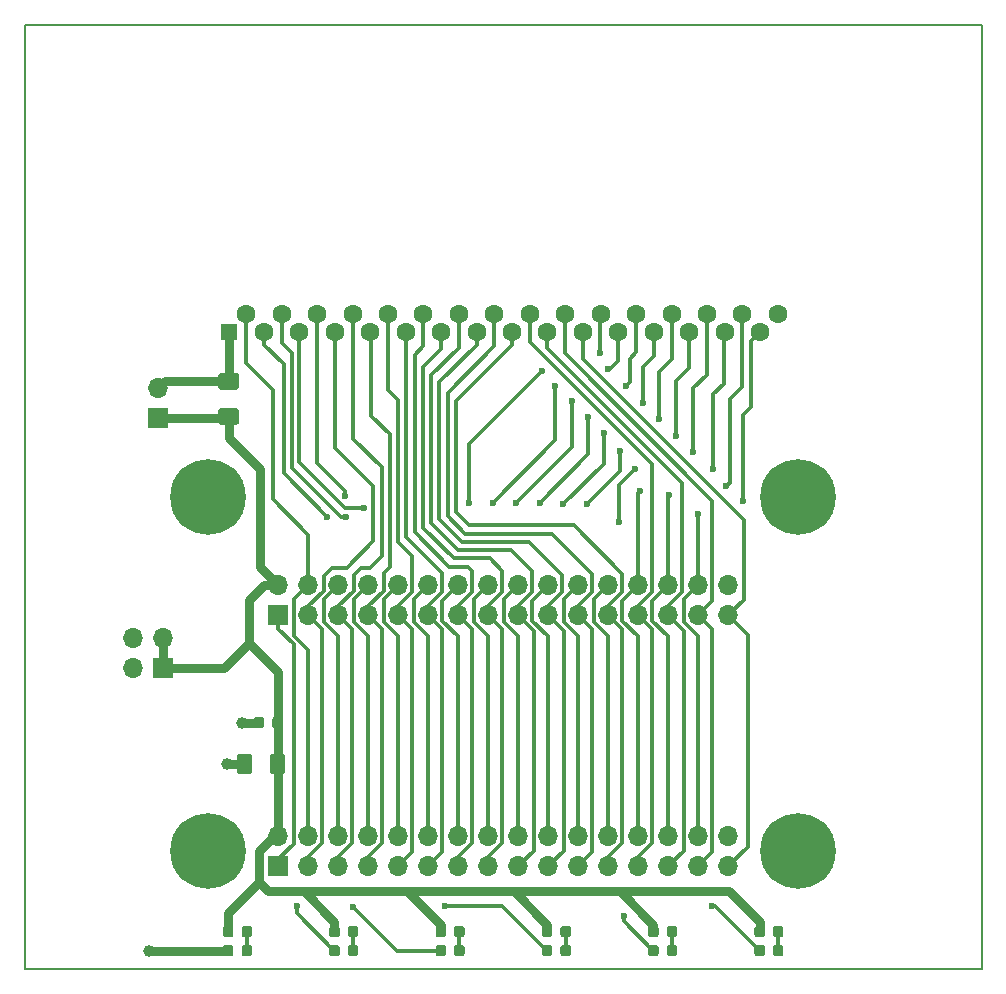
<source format=gbr>
G04 #@! TF.GenerationSoftware,KiCad,Pcbnew,5.0.2-bee76a0~70~ubuntu18.10.1*
G04 #@! TF.CreationDate,2019-01-06T00:11:04+02:00*
G04 #@! TF.ProjectId,GB-BRK-SLOT-A,47422d42-524b-42d5-934c-4f542d412e6b,v1.0*
G04 #@! TF.SameCoordinates,Original*
G04 #@! TF.FileFunction,Copper,L1,Top*
G04 #@! TF.FilePolarity,Positive*
%FSLAX46Y46*%
G04 Gerber Fmt 4.6, Leading zero omitted, Abs format (unit mm)*
G04 Created by KiCad (PCBNEW 5.0.2-bee76a0~70~ubuntu18.10.1) date su  6. tammikuuta 2019 00.11.04*
%MOMM*%
%LPD*%
G01*
G04 APERTURE LIST*
G04 #@! TA.AperFunction,NonConductor*
%ADD10C,0.150000*%
G04 #@! TD*
G04 #@! TA.AperFunction,ComponentPad*
%ADD11O,1.700000X1.700000*%
G04 #@! TD*
G04 #@! TA.AperFunction,ComponentPad*
%ADD12R,1.700000X1.700000*%
G04 #@! TD*
G04 #@! TA.AperFunction,Conductor*
%ADD13C,0.100000*%
G04 #@! TD*
G04 #@! TA.AperFunction,SMDPad,CuDef*
%ADD14C,1.425000*%
G04 #@! TD*
G04 #@! TA.AperFunction,SMDPad,CuDef*
%ADD15C,0.875000*%
G04 #@! TD*
G04 #@! TA.AperFunction,SMDPad,CuDef*
%ADD16C,1.250000*%
G04 #@! TD*
G04 #@! TA.AperFunction,ComponentPad*
%ADD17R,1.400000X1.400000*%
G04 #@! TD*
G04 #@! TA.AperFunction,ComponentPad*
%ADD18C,1.600000*%
G04 #@! TD*
G04 #@! TA.AperFunction,ComponentPad*
%ADD19C,0.800000*%
G04 #@! TD*
G04 #@! TA.AperFunction,ComponentPad*
%ADD20C,6.400000*%
G04 #@! TD*
G04 #@! TA.AperFunction,ViaPad*
%ADD21C,1.000000*%
G04 #@! TD*
G04 #@! TA.AperFunction,ViaPad*
%ADD22C,0.600000*%
G04 #@! TD*
G04 #@! TA.AperFunction,Conductor*
%ADD23C,0.320000*%
G04 #@! TD*
G04 #@! TA.AperFunction,Conductor*
%ADD24C,0.800000*%
G04 #@! TD*
G04 APERTURE END LIST*
D10*
X128000000Y-70000000D02*
X128000000Y-150000000D01*
X47000000Y-70000000D02*
X128000000Y-70000000D01*
X47000000Y-150000000D02*
X128000000Y-150000000D01*
X47000000Y-70000000D02*
X47000000Y-150000000D01*
D11*
G04 #@! TO.P,JP1,2*
G04 #@! TO.N,Net-(J3-Pad1)*
X58300000Y-100760000D03*
D12*
G04 #@! TO.P,JP1,1*
G04 #@! TO.N,+5V*
X58300000Y-103300000D03*
G04 #@! TD*
D13*
G04 #@! TO.N,+5V*
G04 #@! TO.C,R7*
G36*
X64899504Y-102466204D02*
X64923773Y-102469804D01*
X64947571Y-102475765D01*
X64970671Y-102484030D01*
X64992849Y-102494520D01*
X65013893Y-102507133D01*
X65033598Y-102521747D01*
X65051777Y-102538223D01*
X65068253Y-102556402D01*
X65082867Y-102576107D01*
X65095480Y-102597151D01*
X65105970Y-102619329D01*
X65114235Y-102642429D01*
X65120196Y-102666227D01*
X65123796Y-102690496D01*
X65125000Y-102715000D01*
X65125000Y-103640000D01*
X65123796Y-103664504D01*
X65120196Y-103688773D01*
X65114235Y-103712571D01*
X65105970Y-103735671D01*
X65095480Y-103757849D01*
X65082867Y-103778893D01*
X65068253Y-103798598D01*
X65051777Y-103816777D01*
X65033598Y-103833253D01*
X65013893Y-103847867D01*
X64992849Y-103860480D01*
X64970671Y-103870970D01*
X64947571Y-103879235D01*
X64923773Y-103885196D01*
X64899504Y-103888796D01*
X64875000Y-103890000D01*
X63625000Y-103890000D01*
X63600496Y-103888796D01*
X63576227Y-103885196D01*
X63552429Y-103879235D01*
X63529329Y-103870970D01*
X63507151Y-103860480D01*
X63486107Y-103847867D01*
X63466402Y-103833253D01*
X63448223Y-103816777D01*
X63431747Y-103798598D01*
X63417133Y-103778893D01*
X63404520Y-103757849D01*
X63394030Y-103735671D01*
X63385765Y-103712571D01*
X63379804Y-103688773D01*
X63376204Y-103664504D01*
X63375000Y-103640000D01*
X63375000Y-102715000D01*
X63376204Y-102690496D01*
X63379804Y-102666227D01*
X63385765Y-102642429D01*
X63394030Y-102619329D01*
X63404520Y-102597151D01*
X63417133Y-102576107D01*
X63431747Y-102556402D01*
X63448223Y-102538223D01*
X63466402Y-102521747D01*
X63486107Y-102507133D01*
X63507151Y-102494520D01*
X63529329Y-102484030D01*
X63552429Y-102475765D01*
X63576227Y-102469804D01*
X63600496Y-102466204D01*
X63625000Y-102465000D01*
X64875000Y-102465000D01*
X64899504Y-102466204D01*
X64899504Y-102466204D01*
G37*
D14*
G04 #@! TD*
G04 #@! TO.P,R7,2*
G04 #@! TO.N,+5V*
X64250000Y-103177500D03*
D13*
G04 #@! TO.N,Net-(J3-Pad1)*
G04 #@! TO.C,R7*
G36*
X64899504Y-99491204D02*
X64923773Y-99494804D01*
X64947571Y-99500765D01*
X64970671Y-99509030D01*
X64992849Y-99519520D01*
X65013893Y-99532133D01*
X65033598Y-99546747D01*
X65051777Y-99563223D01*
X65068253Y-99581402D01*
X65082867Y-99601107D01*
X65095480Y-99622151D01*
X65105970Y-99644329D01*
X65114235Y-99667429D01*
X65120196Y-99691227D01*
X65123796Y-99715496D01*
X65125000Y-99740000D01*
X65125000Y-100665000D01*
X65123796Y-100689504D01*
X65120196Y-100713773D01*
X65114235Y-100737571D01*
X65105970Y-100760671D01*
X65095480Y-100782849D01*
X65082867Y-100803893D01*
X65068253Y-100823598D01*
X65051777Y-100841777D01*
X65033598Y-100858253D01*
X65013893Y-100872867D01*
X64992849Y-100885480D01*
X64970671Y-100895970D01*
X64947571Y-100904235D01*
X64923773Y-100910196D01*
X64899504Y-100913796D01*
X64875000Y-100915000D01*
X63625000Y-100915000D01*
X63600496Y-100913796D01*
X63576227Y-100910196D01*
X63552429Y-100904235D01*
X63529329Y-100895970D01*
X63507151Y-100885480D01*
X63486107Y-100872867D01*
X63466402Y-100858253D01*
X63448223Y-100841777D01*
X63431747Y-100823598D01*
X63417133Y-100803893D01*
X63404520Y-100782849D01*
X63394030Y-100760671D01*
X63385765Y-100737571D01*
X63379804Y-100713773D01*
X63376204Y-100689504D01*
X63375000Y-100665000D01*
X63375000Y-99740000D01*
X63376204Y-99715496D01*
X63379804Y-99691227D01*
X63385765Y-99667429D01*
X63394030Y-99644329D01*
X63404520Y-99622151D01*
X63417133Y-99601107D01*
X63431747Y-99581402D01*
X63448223Y-99563223D01*
X63466402Y-99546747D01*
X63486107Y-99532133D01*
X63507151Y-99519520D01*
X63529329Y-99509030D01*
X63552429Y-99500765D01*
X63576227Y-99494804D01*
X63600496Y-99491204D01*
X63625000Y-99490000D01*
X64875000Y-99490000D01*
X64899504Y-99491204D01*
X64899504Y-99491204D01*
G37*
D14*
G04 #@! TD*
G04 #@! TO.P,R7,1*
G04 #@! TO.N,Net-(J3-Pad1)*
X64250000Y-100202500D03*
D13*
G04 #@! TO.N,Net-(D1-Pad2)*
G04 #@! TO.C,D1*
G36*
X66027691Y-147926053D02*
X66048926Y-147929203D01*
X66069750Y-147934419D01*
X66089962Y-147941651D01*
X66109368Y-147950830D01*
X66127781Y-147961866D01*
X66145024Y-147974654D01*
X66160930Y-147989070D01*
X66175346Y-148004976D01*
X66188134Y-148022219D01*
X66199170Y-148040632D01*
X66208349Y-148060038D01*
X66215581Y-148080250D01*
X66220797Y-148101074D01*
X66223947Y-148122309D01*
X66225000Y-148143750D01*
X66225000Y-148656250D01*
X66223947Y-148677691D01*
X66220797Y-148698926D01*
X66215581Y-148719750D01*
X66208349Y-148739962D01*
X66199170Y-148759368D01*
X66188134Y-148777781D01*
X66175346Y-148795024D01*
X66160930Y-148810930D01*
X66145024Y-148825346D01*
X66127781Y-148838134D01*
X66109368Y-148849170D01*
X66089962Y-148858349D01*
X66069750Y-148865581D01*
X66048926Y-148870797D01*
X66027691Y-148873947D01*
X66006250Y-148875000D01*
X65568750Y-148875000D01*
X65547309Y-148873947D01*
X65526074Y-148870797D01*
X65505250Y-148865581D01*
X65485038Y-148858349D01*
X65465632Y-148849170D01*
X65447219Y-148838134D01*
X65429976Y-148825346D01*
X65414070Y-148810930D01*
X65399654Y-148795024D01*
X65386866Y-148777781D01*
X65375830Y-148759368D01*
X65366651Y-148739962D01*
X65359419Y-148719750D01*
X65354203Y-148698926D01*
X65351053Y-148677691D01*
X65350000Y-148656250D01*
X65350000Y-148143750D01*
X65351053Y-148122309D01*
X65354203Y-148101074D01*
X65359419Y-148080250D01*
X65366651Y-148060038D01*
X65375830Y-148040632D01*
X65386866Y-148022219D01*
X65399654Y-148004976D01*
X65414070Y-147989070D01*
X65429976Y-147974654D01*
X65447219Y-147961866D01*
X65465632Y-147950830D01*
X65485038Y-147941651D01*
X65505250Y-147934419D01*
X65526074Y-147929203D01*
X65547309Y-147926053D01*
X65568750Y-147925000D01*
X66006250Y-147925000D01*
X66027691Y-147926053D01*
X66027691Y-147926053D01*
G37*
D15*
G04 #@! TD*
G04 #@! TO.P,D1,2*
G04 #@! TO.N,Net-(D1-Pad2)*
X65787500Y-148400000D03*
D13*
G04 #@! TO.N,GND*
G04 #@! TO.C,D1*
G36*
X64452691Y-147926053D02*
X64473926Y-147929203D01*
X64494750Y-147934419D01*
X64514962Y-147941651D01*
X64534368Y-147950830D01*
X64552781Y-147961866D01*
X64570024Y-147974654D01*
X64585930Y-147989070D01*
X64600346Y-148004976D01*
X64613134Y-148022219D01*
X64624170Y-148040632D01*
X64633349Y-148060038D01*
X64640581Y-148080250D01*
X64645797Y-148101074D01*
X64648947Y-148122309D01*
X64650000Y-148143750D01*
X64650000Y-148656250D01*
X64648947Y-148677691D01*
X64645797Y-148698926D01*
X64640581Y-148719750D01*
X64633349Y-148739962D01*
X64624170Y-148759368D01*
X64613134Y-148777781D01*
X64600346Y-148795024D01*
X64585930Y-148810930D01*
X64570024Y-148825346D01*
X64552781Y-148838134D01*
X64534368Y-148849170D01*
X64514962Y-148858349D01*
X64494750Y-148865581D01*
X64473926Y-148870797D01*
X64452691Y-148873947D01*
X64431250Y-148875000D01*
X63993750Y-148875000D01*
X63972309Y-148873947D01*
X63951074Y-148870797D01*
X63930250Y-148865581D01*
X63910038Y-148858349D01*
X63890632Y-148849170D01*
X63872219Y-148838134D01*
X63854976Y-148825346D01*
X63839070Y-148810930D01*
X63824654Y-148795024D01*
X63811866Y-148777781D01*
X63800830Y-148759368D01*
X63791651Y-148739962D01*
X63784419Y-148719750D01*
X63779203Y-148698926D01*
X63776053Y-148677691D01*
X63775000Y-148656250D01*
X63775000Y-148143750D01*
X63776053Y-148122309D01*
X63779203Y-148101074D01*
X63784419Y-148080250D01*
X63791651Y-148060038D01*
X63800830Y-148040632D01*
X63811866Y-148022219D01*
X63824654Y-148004976D01*
X63839070Y-147989070D01*
X63854976Y-147974654D01*
X63872219Y-147961866D01*
X63890632Y-147950830D01*
X63910038Y-147941651D01*
X63930250Y-147934419D01*
X63951074Y-147929203D01*
X63972309Y-147926053D01*
X63993750Y-147925000D01*
X64431250Y-147925000D01*
X64452691Y-147926053D01*
X64452691Y-147926053D01*
G37*
D15*
G04 #@! TD*
G04 #@! TO.P,D1,1*
G04 #@! TO.N,GND*
X64212500Y-148400000D03*
D11*
G04 #@! TO.P,J2,32*
G04 #@! TO.N,GND*
X106550000Y-117460000D03*
G04 #@! TO.P,J2,31*
G04 #@! TO.N,/A15*
X106550000Y-120000000D03*
G04 #@! TO.P,J2,30*
G04 #@! TO.N,/VIN*
X104010000Y-117460000D03*
G04 #@! TO.P,J2,29*
G04 #@! TO.N,/A14*
X104010000Y-120000000D03*
G04 #@! TO.P,J2,28*
G04 #@! TO.N,/~RES*
X101470000Y-117460000D03*
G04 #@! TO.P,J2,27*
G04 #@! TO.N,/A13*
X101470000Y-120000000D03*
G04 #@! TO.P,J2,26*
G04 #@! TO.N,/D7*
X98930000Y-117460000D03*
G04 #@! TO.P,J2,25*
G04 #@! TO.N,/A12*
X98930000Y-120000000D03*
G04 #@! TO.P,J2,24*
G04 #@! TO.N,/D6*
X96390000Y-117460000D03*
G04 #@! TO.P,J2,23*
G04 #@! TO.N,/A11*
X96390000Y-120000000D03*
G04 #@! TO.P,J2,22*
G04 #@! TO.N,/D5*
X93850000Y-117460000D03*
G04 #@! TO.P,J2,21*
G04 #@! TO.N,/A10*
X93850000Y-120000000D03*
G04 #@! TO.P,J2,20*
G04 #@! TO.N,/D4*
X91310000Y-117460000D03*
G04 #@! TO.P,J2,19*
G04 #@! TO.N,/A9*
X91310000Y-120000000D03*
G04 #@! TO.P,J2,18*
G04 #@! TO.N,/D3*
X88770000Y-117460000D03*
G04 #@! TO.P,J2,17*
G04 #@! TO.N,/A8*
X88770000Y-120000000D03*
G04 #@! TO.P,J2,16*
G04 #@! TO.N,/D2*
X86230000Y-117460000D03*
G04 #@! TO.P,J2,15*
G04 #@! TO.N,/A7*
X86230000Y-120000000D03*
G04 #@! TO.P,J2,14*
G04 #@! TO.N,/D1*
X83690000Y-117460000D03*
G04 #@! TO.P,J2,13*
G04 #@! TO.N,/A6*
X83690000Y-120000000D03*
G04 #@! TO.P,J2,12*
G04 #@! TO.N,/D0*
X81150000Y-117460000D03*
G04 #@! TO.P,J2,11*
G04 #@! TO.N,/A5*
X81150000Y-120000000D03*
G04 #@! TO.P,J2,10*
G04 #@! TO.N,/~CS*
X78610000Y-117460000D03*
G04 #@! TO.P,J2,9*
G04 #@! TO.N,/A4*
X78610000Y-120000000D03*
G04 #@! TO.P,J2,8*
G04 #@! TO.N,/~RD*
X76070000Y-117460000D03*
G04 #@! TO.P,J2,7*
G04 #@! TO.N,/A3*
X76070000Y-120000000D03*
G04 #@! TO.P,J2,6*
G04 #@! TO.N,/~WR*
X73530000Y-117460000D03*
G04 #@! TO.P,J2,5*
G04 #@! TO.N,/A2*
X73530000Y-120000000D03*
G04 #@! TO.P,J2,4*
G04 #@! TO.N,/PHI*
X70990000Y-117460000D03*
G04 #@! TO.P,J2,3*
G04 #@! TO.N,/A1*
X70990000Y-120000000D03*
G04 #@! TO.P,J2,2*
G04 #@! TO.N,+5V*
X68450000Y-117460000D03*
D12*
G04 #@! TO.P,J2,1*
G04 #@! TO.N,/A0*
X68450000Y-120000000D03*
G04 #@! TD*
D13*
G04 #@! TO.N,Net-(D1-Pad2)*
G04 #@! TO.C,R1*
G36*
X66027691Y-146326053D02*
X66048926Y-146329203D01*
X66069750Y-146334419D01*
X66089962Y-146341651D01*
X66109368Y-146350830D01*
X66127781Y-146361866D01*
X66145024Y-146374654D01*
X66160930Y-146389070D01*
X66175346Y-146404976D01*
X66188134Y-146422219D01*
X66199170Y-146440632D01*
X66208349Y-146460038D01*
X66215581Y-146480250D01*
X66220797Y-146501074D01*
X66223947Y-146522309D01*
X66225000Y-146543750D01*
X66225000Y-147056250D01*
X66223947Y-147077691D01*
X66220797Y-147098926D01*
X66215581Y-147119750D01*
X66208349Y-147139962D01*
X66199170Y-147159368D01*
X66188134Y-147177781D01*
X66175346Y-147195024D01*
X66160930Y-147210930D01*
X66145024Y-147225346D01*
X66127781Y-147238134D01*
X66109368Y-147249170D01*
X66089962Y-147258349D01*
X66069750Y-147265581D01*
X66048926Y-147270797D01*
X66027691Y-147273947D01*
X66006250Y-147275000D01*
X65568750Y-147275000D01*
X65547309Y-147273947D01*
X65526074Y-147270797D01*
X65505250Y-147265581D01*
X65485038Y-147258349D01*
X65465632Y-147249170D01*
X65447219Y-147238134D01*
X65429976Y-147225346D01*
X65414070Y-147210930D01*
X65399654Y-147195024D01*
X65386866Y-147177781D01*
X65375830Y-147159368D01*
X65366651Y-147139962D01*
X65359419Y-147119750D01*
X65354203Y-147098926D01*
X65351053Y-147077691D01*
X65350000Y-147056250D01*
X65350000Y-146543750D01*
X65351053Y-146522309D01*
X65354203Y-146501074D01*
X65359419Y-146480250D01*
X65366651Y-146460038D01*
X65375830Y-146440632D01*
X65386866Y-146422219D01*
X65399654Y-146404976D01*
X65414070Y-146389070D01*
X65429976Y-146374654D01*
X65447219Y-146361866D01*
X65465632Y-146350830D01*
X65485038Y-146341651D01*
X65505250Y-146334419D01*
X65526074Y-146329203D01*
X65547309Y-146326053D01*
X65568750Y-146325000D01*
X66006250Y-146325000D01*
X66027691Y-146326053D01*
X66027691Y-146326053D01*
G37*
D15*
G04 #@! TD*
G04 #@! TO.P,R1,2*
G04 #@! TO.N,Net-(D1-Pad2)*
X65787500Y-146800000D03*
D13*
G04 #@! TO.N,+5V*
G04 #@! TO.C,R1*
G36*
X64452691Y-146326053D02*
X64473926Y-146329203D01*
X64494750Y-146334419D01*
X64514962Y-146341651D01*
X64534368Y-146350830D01*
X64552781Y-146361866D01*
X64570024Y-146374654D01*
X64585930Y-146389070D01*
X64600346Y-146404976D01*
X64613134Y-146422219D01*
X64624170Y-146440632D01*
X64633349Y-146460038D01*
X64640581Y-146480250D01*
X64645797Y-146501074D01*
X64648947Y-146522309D01*
X64650000Y-146543750D01*
X64650000Y-147056250D01*
X64648947Y-147077691D01*
X64645797Y-147098926D01*
X64640581Y-147119750D01*
X64633349Y-147139962D01*
X64624170Y-147159368D01*
X64613134Y-147177781D01*
X64600346Y-147195024D01*
X64585930Y-147210930D01*
X64570024Y-147225346D01*
X64552781Y-147238134D01*
X64534368Y-147249170D01*
X64514962Y-147258349D01*
X64494750Y-147265581D01*
X64473926Y-147270797D01*
X64452691Y-147273947D01*
X64431250Y-147275000D01*
X63993750Y-147275000D01*
X63972309Y-147273947D01*
X63951074Y-147270797D01*
X63930250Y-147265581D01*
X63910038Y-147258349D01*
X63890632Y-147249170D01*
X63872219Y-147238134D01*
X63854976Y-147225346D01*
X63839070Y-147210930D01*
X63824654Y-147195024D01*
X63811866Y-147177781D01*
X63800830Y-147159368D01*
X63791651Y-147139962D01*
X63784419Y-147119750D01*
X63779203Y-147098926D01*
X63776053Y-147077691D01*
X63775000Y-147056250D01*
X63775000Y-146543750D01*
X63776053Y-146522309D01*
X63779203Y-146501074D01*
X63784419Y-146480250D01*
X63791651Y-146460038D01*
X63800830Y-146440632D01*
X63811866Y-146422219D01*
X63824654Y-146404976D01*
X63839070Y-146389070D01*
X63854976Y-146374654D01*
X63872219Y-146361866D01*
X63890632Y-146350830D01*
X63910038Y-146341651D01*
X63930250Y-146334419D01*
X63951074Y-146329203D01*
X63972309Y-146326053D01*
X63993750Y-146325000D01*
X64431250Y-146325000D01*
X64452691Y-146326053D01*
X64452691Y-146326053D01*
G37*
D15*
G04 #@! TD*
G04 #@! TO.P,R1,1*
G04 #@! TO.N,+5V*
X64212500Y-146800000D03*
D13*
G04 #@! TO.N,GND*
G04 #@! TO.C,C1*
G36*
X65999504Y-131726204D02*
X66023773Y-131729804D01*
X66047571Y-131735765D01*
X66070671Y-131744030D01*
X66092849Y-131754520D01*
X66113893Y-131767133D01*
X66133598Y-131781747D01*
X66151777Y-131798223D01*
X66168253Y-131816402D01*
X66182867Y-131836107D01*
X66195480Y-131857151D01*
X66205970Y-131879329D01*
X66214235Y-131902429D01*
X66220196Y-131926227D01*
X66223796Y-131950496D01*
X66225000Y-131975000D01*
X66225000Y-133225000D01*
X66223796Y-133249504D01*
X66220196Y-133273773D01*
X66214235Y-133297571D01*
X66205970Y-133320671D01*
X66195480Y-133342849D01*
X66182867Y-133363893D01*
X66168253Y-133383598D01*
X66151777Y-133401777D01*
X66133598Y-133418253D01*
X66113893Y-133432867D01*
X66092849Y-133445480D01*
X66070671Y-133455970D01*
X66047571Y-133464235D01*
X66023773Y-133470196D01*
X65999504Y-133473796D01*
X65975000Y-133475000D01*
X65225000Y-133475000D01*
X65200496Y-133473796D01*
X65176227Y-133470196D01*
X65152429Y-133464235D01*
X65129329Y-133455970D01*
X65107151Y-133445480D01*
X65086107Y-133432867D01*
X65066402Y-133418253D01*
X65048223Y-133401777D01*
X65031747Y-133383598D01*
X65017133Y-133363893D01*
X65004520Y-133342849D01*
X64994030Y-133320671D01*
X64985765Y-133297571D01*
X64979804Y-133273773D01*
X64976204Y-133249504D01*
X64975000Y-133225000D01*
X64975000Y-131975000D01*
X64976204Y-131950496D01*
X64979804Y-131926227D01*
X64985765Y-131902429D01*
X64994030Y-131879329D01*
X65004520Y-131857151D01*
X65017133Y-131836107D01*
X65031747Y-131816402D01*
X65048223Y-131798223D01*
X65066402Y-131781747D01*
X65086107Y-131767133D01*
X65107151Y-131754520D01*
X65129329Y-131744030D01*
X65152429Y-131735765D01*
X65176227Y-131729804D01*
X65200496Y-131726204D01*
X65225000Y-131725000D01*
X65975000Y-131725000D01*
X65999504Y-131726204D01*
X65999504Y-131726204D01*
G37*
D16*
G04 #@! TD*
G04 #@! TO.P,C1,2*
G04 #@! TO.N,GND*
X65600000Y-132600000D03*
D13*
G04 #@! TO.N,+5V*
G04 #@! TO.C,C1*
G36*
X68799504Y-131726204D02*
X68823773Y-131729804D01*
X68847571Y-131735765D01*
X68870671Y-131744030D01*
X68892849Y-131754520D01*
X68913893Y-131767133D01*
X68933598Y-131781747D01*
X68951777Y-131798223D01*
X68968253Y-131816402D01*
X68982867Y-131836107D01*
X68995480Y-131857151D01*
X69005970Y-131879329D01*
X69014235Y-131902429D01*
X69020196Y-131926227D01*
X69023796Y-131950496D01*
X69025000Y-131975000D01*
X69025000Y-133225000D01*
X69023796Y-133249504D01*
X69020196Y-133273773D01*
X69014235Y-133297571D01*
X69005970Y-133320671D01*
X68995480Y-133342849D01*
X68982867Y-133363893D01*
X68968253Y-133383598D01*
X68951777Y-133401777D01*
X68933598Y-133418253D01*
X68913893Y-133432867D01*
X68892849Y-133445480D01*
X68870671Y-133455970D01*
X68847571Y-133464235D01*
X68823773Y-133470196D01*
X68799504Y-133473796D01*
X68775000Y-133475000D01*
X68025000Y-133475000D01*
X68000496Y-133473796D01*
X67976227Y-133470196D01*
X67952429Y-133464235D01*
X67929329Y-133455970D01*
X67907151Y-133445480D01*
X67886107Y-133432867D01*
X67866402Y-133418253D01*
X67848223Y-133401777D01*
X67831747Y-133383598D01*
X67817133Y-133363893D01*
X67804520Y-133342849D01*
X67794030Y-133320671D01*
X67785765Y-133297571D01*
X67779804Y-133273773D01*
X67776204Y-133249504D01*
X67775000Y-133225000D01*
X67775000Y-131975000D01*
X67776204Y-131950496D01*
X67779804Y-131926227D01*
X67785765Y-131902429D01*
X67794030Y-131879329D01*
X67804520Y-131857151D01*
X67817133Y-131836107D01*
X67831747Y-131816402D01*
X67848223Y-131798223D01*
X67866402Y-131781747D01*
X67886107Y-131767133D01*
X67907151Y-131754520D01*
X67929329Y-131744030D01*
X67952429Y-131735765D01*
X67976227Y-131729804D01*
X68000496Y-131726204D01*
X68025000Y-131725000D01*
X68775000Y-131725000D01*
X68799504Y-131726204D01*
X68799504Y-131726204D01*
G37*
D16*
G04 #@! TD*
G04 #@! TO.P,C1,1*
G04 #@! TO.N,+5V*
X68400000Y-132600000D03*
D13*
G04 #@! TO.N,GND*
G04 #@! TO.C,C2*
G36*
X67052691Y-128626053D02*
X67073926Y-128629203D01*
X67094750Y-128634419D01*
X67114962Y-128641651D01*
X67134368Y-128650830D01*
X67152781Y-128661866D01*
X67170024Y-128674654D01*
X67185930Y-128689070D01*
X67200346Y-128704976D01*
X67213134Y-128722219D01*
X67224170Y-128740632D01*
X67233349Y-128760038D01*
X67240581Y-128780250D01*
X67245797Y-128801074D01*
X67248947Y-128822309D01*
X67250000Y-128843750D01*
X67250000Y-129356250D01*
X67248947Y-129377691D01*
X67245797Y-129398926D01*
X67240581Y-129419750D01*
X67233349Y-129439962D01*
X67224170Y-129459368D01*
X67213134Y-129477781D01*
X67200346Y-129495024D01*
X67185930Y-129510930D01*
X67170024Y-129525346D01*
X67152781Y-129538134D01*
X67134368Y-129549170D01*
X67114962Y-129558349D01*
X67094750Y-129565581D01*
X67073926Y-129570797D01*
X67052691Y-129573947D01*
X67031250Y-129575000D01*
X66593750Y-129575000D01*
X66572309Y-129573947D01*
X66551074Y-129570797D01*
X66530250Y-129565581D01*
X66510038Y-129558349D01*
X66490632Y-129549170D01*
X66472219Y-129538134D01*
X66454976Y-129525346D01*
X66439070Y-129510930D01*
X66424654Y-129495024D01*
X66411866Y-129477781D01*
X66400830Y-129459368D01*
X66391651Y-129439962D01*
X66384419Y-129419750D01*
X66379203Y-129398926D01*
X66376053Y-129377691D01*
X66375000Y-129356250D01*
X66375000Y-128843750D01*
X66376053Y-128822309D01*
X66379203Y-128801074D01*
X66384419Y-128780250D01*
X66391651Y-128760038D01*
X66400830Y-128740632D01*
X66411866Y-128722219D01*
X66424654Y-128704976D01*
X66439070Y-128689070D01*
X66454976Y-128674654D01*
X66472219Y-128661866D01*
X66490632Y-128650830D01*
X66510038Y-128641651D01*
X66530250Y-128634419D01*
X66551074Y-128629203D01*
X66572309Y-128626053D01*
X66593750Y-128625000D01*
X67031250Y-128625000D01*
X67052691Y-128626053D01*
X67052691Y-128626053D01*
G37*
D15*
G04 #@! TD*
G04 #@! TO.P,C2,2*
G04 #@! TO.N,GND*
X66812500Y-129100000D03*
D13*
G04 #@! TO.N,+5V*
G04 #@! TO.C,C2*
G36*
X68627691Y-128626053D02*
X68648926Y-128629203D01*
X68669750Y-128634419D01*
X68689962Y-128641651D01*
X68709368Y-128650830D01*
X68727781Y-128661866D01*
X68745024Y-128674654D01*
X68760930Y-128689070D01*
X68775346Y-128704976D01*
X68788134Y-128722219D01*
X68799170Y-128740632D01*
X68808349Y-128760038D01*
X68815581Y-128780250D01*
X68820797Y-128801074D01*
X68823947Y-128822309D01*
X68825000Y-128843750D01*
X68825000Y-129356250D01*
X68823947Y-129377691D01*
X68820797Y-129398926D01*
X68815581Y-129419750D01*
X68808349Y-129439962D01*
X68799170Y-129459368D01*
X68788134Y-129477781D01*
X68775346Y-129495024D01*
X68760930Y-129510930D01*
X68745024Y-129525346D01*
X68727781Y-129538134D01*
X68709368Y-129549170D01*
X68689962Y-129558349D01*
X68669750Y-129565581D01*
X68648926Y-129570797D01*
X68627691Y-129573947D01*
X68606250Y-129575000D01*
X68168750Y-129575000D01*
X68147309Y-129573947D01*
X68126074Y-129570797D01*
X68105250Y-129565581D01*
X68085038Y-129558349D01*
X68065632Y-129549170D01*
X68047219Y-129538134D01*
X68029976Y-129525346D01*
X68014070Y-129510930D01*
X67999654Y-129495024D01*
X67986866Y-129477781D01*
X67975830Y-129459368D01*
X67966651Y-129439962D01*
X67959419Y-129419750D01*
X67954203Y-129398926D01*
X67951053Y-129377691D01*
X67950000Y-129356250D01*
X67950000Y-128843750D01*
X67951053Y-128822309D01*
X67954203Y-128801074D01*
X67959419Y-128780250D01*
X67966651Y-128760038D01*
X67975830Y-128740632D01*
X67986866Y-128722219D01*
X67999654Y-128704976D01*
X68014070Y-128689070D01*
X68029976Y-128674654D01*
X68047219Y-128661866D01*
X68065632Y-128650830D01*
X68085038Y-128641651D01*
X68105250Y-128634419D01*
X68126074Y-128629203D01*
X68147309Y-128626053D01*
X68168750Y-128625000D01*
X68606250Y-128625000D01*
X68627691Y-128626053D01*
X68627691Y-128626053D01*
G37*
D15*
G04 #@! TD*
G04 #@! TO.P,C2,1*
G04 #@! TO.N,+5V*
X68387500Y-129100000D03*
D11*
G04 #@! TO.P,J1,32*
G04 #@! TO.N,GND*
X106550000Y-138730000D03*
G04 #@! TO.P,J1,31*
G04 #@! TO.N,/A15*
X106550000Y-141270000D03*
G04 #@! TO.P,J1,30*
G04 #@! TO.N,/VIN*
X104010000Y-138730000D03*
G04 #@! TO.P,J1,29*
G04 #@! TO.N,/A14*
X104010000Y-141270000D03*
G04 #@! TO.P,J1,28*
G04 #@! TO.N,/~RES*
X101470000Y-138730000D03*
G04 #@! TO.P,J1,27*
G04 #@! TO.N,/A13*
X101470000Y-141270000D03*
G04 #@! TO.P,J1,26*
G04 #@! TO.N,/D7*
X98930000Y-138730000D03*
G04 #@! TO.P,J1,25*
G04 #@! TO.N,/A12*
X98930000Y-141270000D03*
G04 #@! TO.P,J1,24*
G04 #@! TO.N,/D6*
X96390000Y-138730000D03*
G04 #@! TO.P,J1,23*
G04 #@! TO.N,/A11*
X96390000Y-141270000D03*
G04 #@! TO.P,J1,22*
G04 #@! TO.N,/D5*
X93850000Y-138730000D03*
G04 #@! TO.P,J1,21*
G04 #@! TO.N,/A10*
X93850000Y-141270000D03*
G04 #@! TO.P,J1,20*
G04 #@! TO.N,/D4*
X91310000Y-138730000D03*
G04 #@! TO.P,J1,19*
G04 #@! TO.N,/A9*
X91310000Y-141270000D03*
G04 #@! TO.P,J1,18*
G04 #@! TO.N,/D3*
X88770000Y-138730000D03*
G04 #@! TO.P,J1,17*
G04 #@! TO.N,/A8*
X88770000Y-141270000D03*
G04 #@! TO.P,J1,16*
G04 #@! TO.N,/D2*
X86230000Y-138730000D03*
G04 #@! TO.P,J1,15*
G04 #@! TO.N,/A7*
X86230000Y-141270000D03*
G04 #@! TO.P,J1,14*
G04 #@! TO.N,/D1*
X83690000Y-138730000D03*
G04 #@! TO.P,J1,13*
G04 #@! TO.N,/A6*
X83690000Y-141270000D03*
G04 #@! TO.P,J1,12*
G04 #@! TO.N,/D0*
X81150000Y-138730000D03*
G04 #@! TO.P,J1,11*
G04 #@! TO.N,/A5*
X81150000Y-141270000D03*
G04 #@! TO.P,J1,10*
G04 #@! TO.N,/~CS*
X78610000Y-138730000D03*
G04 #@! TO.P,J1,9*
G04 #@! TO.N,/A4*
X78610000Y-141270000D03*
G04 #@! TO.P,J1,8*
G04 #@! TO.N,/~RD*
X76070000Y-138730000D03*
G04 #@! TO.P,J1,7*
G04 #@! TO.N,/A3*
X76070000Y-141270000D03*
G04 #@! TO.P,J1,6*
G04 #@! TO.N,/~WR*
X73530000Y-138730000D03*
G04 #@! TO.P,J1,5*
G04 #@! TO.N,/A2*
X73530000Y-141270000D03*
G04 #@! TO.P,J1,4*
G04 #@! TO.N,/PHI*
X70990000Y-138730000D03*
G04 #@! TO.P,J1,3*
G04 #@! TO.N,/A1*
X70990000Y-141270000D03*
G04 #@! TO.P,J1,2*
G04 #@! TO.N,+5V*
X68450000Y-138730000D03*
D12*
G04 #@! TO.P,J1,1*
G04 #@! TO.N,/A0*
X68450000Y-141270000D03*
G04 #@! TD*
D13*
G04 #@! TO.N,Net-(D2-Pad2)*
G04 #@! TO.C,D2*
G36*
X102027691Y-147926053D02*
X102048926Y-147929203D01*
X102069750Y-147934419D01*
X102089962Y-147941651D01*
X102109368Y-147950830D01*
X102127781Y-147961866D01*
X102145024Y-147974654D01*
X102160930Y-147989070D01*
X102175346Y-148004976D01*
X102188134Y-148022219D01*
X102199170Y-148040632D01*
X102208349Y-148060038D01*
X102215581Y-148080250D01*
X102220797Y-148101074D01*
X102223947Y-148122309D01*
X102225000Y-148143750D01*
X102225000Y-148656250D01*
X102223947Y-148677691D01*
X102220797Y-148698926D01*
X102215581Y-148719750D01*
X102208349Y-148739962D01*
X102199170Y-148759368D01*
X102188134Y-148777781D01*
X102175346Y-148795024D01*
X102160930Y-148810930D01*
X102145024Y-148825346D01*
X102127781Y-148838134D01*
X102109368Y-148849170D01*
X102089962Y-148858349D01*
X102069750Y-148865581D01*
X102048926Y-148870797D01*
X102027691Y-148873947D01*
X102006250Y-148875000D01*
X101568750Y-148875000D01*
X101547309Y-148873947D01*
X101526074Y-148870797D01*
X101505250Y-148865581D01*
X101485038Y-148858349D01*
X101465632Y-148849170D01*
X101447219Y-148838134D01*
X101429976Y-148825346D01*
X101414070Y-148810930D01*
X101399654Y-148795024D01*
X101386866Y-148777781D01*
X101375830Y-148759368D01*
X101366651Y-148739962D01*
X101359419Y-148719750D01*
X101354203Y-148698926D01*
X101351053Y-148677691D01*
X101350000Y-148656250D01*
X101350000Y-148143750D01*
X101351053Y-148122309D01*
X101354203Y-148101074D01*
X101359419Y-148080250D01*
X101366651Y-148060038D01*
X101375830Y-148040632D01*
X101386866Y-148022219D01*
X101399654Y-148004976D01*
X101414070Y-147989070D01*
X101429976Y-147974654D01*
X101447219Y-147961866D01*
X101465632Y-147950830D01*
X101485038Y-147941651D01*
X101505250Y-147934419D01*
X101526074Y-147929203D01*
X101547309Y-147926053D01*
X101568750Y-147925000D01*
X102006250Y-147925000D01*
X102027691Y-147926053D01*
X102027691Y-147926053D01*
G37*
D15*
G04 #@! TD*
G04 #@! TO.P,D2,2*
G04 #@! TO.N,Net-(D2-Pad2)*
X101787500Y-148400000D03*
D13*
G04 #@! TO.N,/~RES*
G04 #@! TO.C,D2*
G36*
X100452691Y-147926053D02*
X100473926Y-147929203D01*
X100494750Y-147934419D01*
X100514962Y-147941651D01*
X100534368Y-147950830D01*
X100552781Y-147961866D01*
X100570024Y-147974654D01*
X100585930Y-147989070D01*
X100600346Y-148004976D01*
X100613134Y-148022219D01*
X100624170Y-148040632D01*
X100633349Y-148060038D01*
X100640581Y-148080250D01*
X100645797Y-148101074D01*
X100648947Y-148122309D01*
X100650000Y-148143750D01*
X100650000Y-148656250D01*
X100648947Y-148677691D01*
X100645797Y-148698926D01*
X100640581Y-148719750D01*
X100633349Y-148739962D01*
X100624170Y-148759368D01*
X100613134Y-148777781D01*
X100600346Y-148795024D01*
X100585930Y-148810930D01*
X100570024Y-148825346D01*
X100552781Y-148838134D01*
X100534368Y-148849170D01*
X100514962Y-148858349D01*
X100494750Y-148865581D01*
X100473926Y-148870797D01*
X100452691Y-148873947D01*
X100431250Y-148875000D01*
X99993750Y-148875000D01*
X99972309Y-148873947D01*
X99951074Y-148870797D01*
X99930250Y-148865581D01*
X99910038Y-148858349D01*
X99890632Y-148849170D01*
X99872219Y-148838134D01*
X99854976Y-148825346D01*
X99839070Y-148810930D01*
X99824654Y-148795024D01*
X99811866Y-148777781D01*
X99800830Y-148759368D01*
X99791651Y-148739962D01*
X99784419Y-148719750D01*
X99779203Y-148698926D01*
X99776053Y-148677691D01*
X99775000Y-148656250D01*
X99775000Y-148143750D01*
X99776053Y-148122309D01*
X99779203Y-148101074D01*
X99784419Y-148080250D01*
X99791651Y-148060038D01*
X99800830Y-148040632D01*
X99811866Y-148022219D01*
X99824654Y-148004976D01*
X99839070Y-147989070D01*
X99854976Y-147974654D01*
X99872219Y-147961866D01*
X99890632Y-147950830D01*
X99910038Y-147941651D01*
X99930250Y-147934419D01*
X99951074Y-147929203D01*
X99972309Y-147926053D01*
X99993750Y-147925000D01*
X100431250Y-147925000D01*
X100452691Y-147926053D01*
X100452691Y-147926053D01*
G37*
D15*
G04 #@! TD*
G04 #@! TO.P,D2,1*
G04 #@! TO.N,/~RES*
X100212500Y-148400000D03*
D13*
G04 #@! TO.N,Net-(D3-Pad2)*
G04 #@! TO.C,D3*
G36*
X75027691Y-147926053D02*
X75048926Y-147929203D01*
X75069750Y-147934419D01*
X75089962Y-147941651D01*
X75109368Y-147950830D01*
X75127781Y-147961866D01*
X75145024Y-147974654D01*
X75160930Y-147989070D01*
X75175346Y-148004976D01*
X75188134Y-148022219D01*
X75199170Y-148040632D01*
X75208349Y-148060038D01*
X75215581Y-148080250D01*
X75220797Y-148101074D01*
X75223947Y-148122309D01*
X75225000Y-148143750D01*
X75225000Y-148656250D01*
X75223947Y-148677691D01*
X75220797Y-148698926D01*
X75215581Y-148719750D01*
X75208349Y-148739962D01*
X75199170Y-148759368D01*
X75188134Y-148777781D01*
X75175346Y-148795024D01*
X75160930Y-148810930D01*
X75145024Y-148825346D01*
X75127781Y-148838134D01*
X75109368Y-148849170D01*
X75089962Y-148858349D01*
X75069750Y-148865581D01*
X75048926Y-148870797D01*
X75027691Y-148873947D01*
X75006250Y-148875000D01*
X74568750Y-148875000D01*
X74547309Y-148873947D01*
X74526074Y-148870797D01*
X74505250Y-148865581D01*
X74485038Y-148858349D01*
X74465632Y-148849170D01*
X74447219Y-148838134D01*
X74429976Y-148825346D01*
X74414070Y-148810930D01*
X74399654Y-148795024D01*
X74386866Y-148777781D01*
X74375830Y-148759368D01*
X74366651Y-148739962D01*
X74359419Y-148719750D01*
X74354203Y-148698926D01*
X74351053Y-148677691D01*
X74350000Y-148656250D01*
X74350000Y-148143750D01*
X74351053Y-148122309D01*
X74354203Y-148101074D01*
X74359419Y-148080250D01*
X74366651Y-148060038D01*
X74375830Y-148040632D01*
X74386866Y-148022219D01*
X74399654Y-148004976D01*
X74414070Y-147989070D01*
X74429976Y-147974654D01*
X74447219Y-147961866D01*
X74465632Y-147950830D01*
X74485038Y-147941651D01*
X74505250Y-147934419D01*
X74526074Y-147929203D01*
X74547309Y-147926053D01*
X74568750Y-147925000D01*
X75006250Y-147925000D01*
X75027691Y-147926053D01*
X75027691Y-147926053D01*
G37*
D15*
G04 #@! TD*
G04 #@! TO.P,D3,2*
G04 #@! TO.N,Net-(D3-Pad2)*
X74787500Y-148400000D03*
D13*
G04 #@! TO.N,/~WR*
G04 #@! TO.C,D3*
G36*
X73452691Y-147926053D02*
X73473926Y-147929203D01*
X73494750Y-147934419D01*
X73514962Y-147941651D01*
X73534368Y-147950830D01*
X73552781Y-147961866D01*
X73570024Y-147974654D01*
X73585930Y-147989070D01*
X73600346Y-148004976D01*
X73613134Y-148022219D01*
X73624170Y-148040632D01*
X73633349Y-148060038D01*
X73640581Y-148080250D01*
X73645797Y-148101074D01*
X73648947Y-148122309D01*
X73650000Y-148143750D01*
X73650000Y-148656250D01*
X73648947Y-148677691D01*
X73645797Y-148698926D01*
X73640581Y-148719750D01*
X73633349Y-148739962D01*
X73624170Y-148759368D01*
X73613134Y-148777781D01*
X73600346Y-148795024D01*
X73585930Y-148810930D01*
X73570024Y-148825346D01*
X73552781Y-148838134D01*
X73534368Y-148849170D01*
X73514962Y-148858349D01*
X73494750Y-148865581D01*
X73473926Y-148870797D01*
X73452691Y-148873947D01*
X73431250Y-148875000D01*
X72993750Y-148875000D01*
X72972309Y-148873947D01*
X72951074Y-148870797D01*
X72930250Y-148865581D01*
X72910038Y-148858349D01*
X72890632Y-148849170D01*
X72872219Y-148838134D01*
X72854976Y-148825346D01*
X72839070Y-148810930D01*
X72824654Y-148795024D01*
X72811866Y-148777781D01*
X72800830Y-148759368D01*
X72791651Y-148739962D01*
X72784419Y-148719750D01*
X72779203Y-148698926D01*
X72776053Y-148677691D01*
X72775000Y-148656250D01*
X72775000Y-148143750D01*
X72776053Y-148122309D01*
X72779203Y-148101074D01*
X72784419Y-148080250D01*
X72791651Y-148060038D01*
X72800830Y-148040632D01*
X72811866Y-148022219D01*
X72824654Y-148004976D01*
X72839070Y-147989070D01*
X72854976Y-147974654D01*
X72872219Y-147961866D01*
X72890632Y-147950830D01*
X72910038Y-147941651D01*
X72930250Y-147934419D01*
X72951074Y-147929203D01*
X72972309Y-147926053D01*
X72993750Y-147925000D01*
X73431250Y-147925000D01*
X73452691Y-147926053D01*
X73452691Y-147926053D01*
G37*
D15*
G04 #@! TD*
G04 #@! TO.P,D3,1*
G04 #@! TO.N,/~WR*
X73212500Y-148400000D03*
D13*
G04 #@! TO.N,Net-(D4-Pad2)*
G04 #@! TO.C,D4*
G36*
X84027691Y-147926053D02*
X84048926Y-147929203D01*
X84069750Y-147934419D01*
X84089962Y-147941651D01*
X84109368Y-147950830D01*
X84127781Y-147961866D01*
X84145024Y-147974654D01*
X84160930Y-147989070D01*
X84175346Y-148004976D01*
X84188134Y-148022219D01*
X84199170Y-148040632D01*
X84208349Y-148060038D01*
X84215581Y-148080250D01*
X84220797Y-148101074D01*
X84223947Y-148122309D01*
X84225000Y-148143750D01*
X84225000Y-148656250D01*
X84223947Y-148677691D01*
X84220797Y-148698926D01*
X84215581Y-148719750D01*
X84208349Y-148739962D01*
X84199170Y-148759368D01*
X84188134Y-148777781D01*
X84175346Y-148795024D01*
X84160930Y-148810930D01*
X84145024Y-148825346D01*
X84127781Y-148838134D01*
X84109368Y-148849170D01*
X84089962Y-148858349D01*
X84069750Y-148865581D01*
X84048926Y-148870797D01*
X84027691Y-148873947D01*
X84006250Y-148875000D01*
X83568750Y-148875000D01*
X83547309Y-148873947D01*
X83526074Y-148870797D01*
X83505250Y-148865581D01*
X83485038Y-148858349D01*
X83465632Y-148849170D01*
X83447219Y-148838134D01*
X83429976Y-148825346D01*
X83414070Y-148810930D01*
X83399654Y-148795024D01*
X83386866Y-148777781D01*
X83375830Y-148759368D01*
X83366651Y-148739962D01*
X83359419Y-148719750D01*
X83354203Y-148698926D01*
X83351053Y-148677691D01*
X83350000Y-148656250D01*
X83350000Y-148143750D01*
X83351053Y-148122309D01*
X83354203Y-148101074D01*
X83359419Y-148080250D01*
X83366651Y-148060038D01*
X83375830Y-148040632D01*
X83386866Y-148022219D01*
X83399654Y-148004976D01*
X83414070Y-147989070D01*
X83429976Y-147974654D01*
X83447219Y-147961866D01*
X83465632Y-147950830D01*
X83485038Y-147941651D01*
X83505250Y-147934419D01*
X83526074Y-147929203D01*
X83547309Y-147926053D01*
X83568750Y-147925000D01*
X84006250Y-147925000D01*
X84027691Y-147926053D01*
X84027691Y-147926053D01*
G37*
D15*
G04 #@! TD*
G04 #@! TO.P,D4,2*
G04 #@! TO.N,Net-(D4-Pad2)*
X83787500Y-148400000D03*
D13*
G04 #@! TO.N,/~RD*
G04 #@! TO.C,D4*
G36*
X82452691Y-147926053D02*
X82473926Y-147929203D01*
X82494750Y-147934419D01*
X82514962Y-147941651D01*
X82534368Y-147950830D01*
X82552781Y-147961866D01*
X82570024Y-147974654D01*
X82585930Y-147989070D01*
X82600346Y-148004976D01*
X82613134Y-148022219D01*
X82624170Y-148040632D01*
X82633349Y-148060038D01*
X82640581Y-148080250D01*
X82645797Y-148101074D01*
X82648947Y-148122309D01*
X82650000Y-148143750D01*
X82650000Y-148656250D01*
X82648947Y-148677691D01*
X82645797Y-148698926D01*
X82640581Y-148719750D01*
X82633349Y-148739962D01*
X82624170Y-148759368D01*
X82613134Y-148777781D01*
X82600346Y-148795024D01*
X82585930Y-148810930D01*
X82570024Y-148825346D01*
X82552781Y-148838134D01*
X82534368Y-148849170D01*
X82514962Y-148858349D01*
X82494750Y-148865581D01*
X82473926Y-148870797D01*
X82452691Y-148873947D01*
X82431250Y-148875000D01*
X81993750Y-148875000D01*
X81972309Y-148873947D01*
X81951074Y-148870797D01*
X81930250Y-148865581D01*
X81910038Y-148858349D01*
X81890632Y-148849170D01*
X81872219Y-148838134D01*
X81854976Y-148825346D01*
X81839070Y-148810930D01*
X81824654Y-148795024D01*
X81811866Y-148777781D01*
X81800830Y-148759368D01*
X81791651Y-148739962D01*
X81784419Y-148719750D01*
X81779203Y-148698926D01*
X81776053Y-148677691D01*
X81775000Y-148656250D01*
X81775000Y-148143750D01*
X81776053Y-148122309D01*
X81779203Y-148101074D01*
X81784419Y-148080250D01*
X81791651Y-148060038D01*
X81800830Y-148040632D01*
X81811866Y-148022219D01*
X81824654Y-148004976D01*
X81839070Y-147989070D01*
X81854976Y-147974654D01*
X81872219Y-147961866D01*
X81890632Y-147950830D01*
X81910038Y-147941651D01*
X81930250Y-147934419D01*
X81951074Y-147929203D01*
X81972309Y-147926053D01*
X81993750Y-147925000D01*
X82431250Y-147925000D01*
X82452691Y-147926053D01*
X82452691Y-147926053D01*
G37*
D15*
G04 #@! TD*
G04 #@! TO.P,D4,1*
G04 #@! TO.N,/~RD*
X82212500Y-148400000D03*
D13*
G04 #@! TO.N,Net-(D5-Pad2)*
G04 #@! TO.C,D5*
G36*
X93027691Y-147926053D02*
X93048926Y-147929203D01*
X93069750Y-147934419D01*
X93089962Y-147941651D01*
X93109368Y-147950830D01*
X93127781Y-147961866D01*
X93145024Y-147974654D01*
X93160930Y-147989070D01*
X93175346Y-148004976D01*
X93188134Y-148022219D01*
X93199170Y-148040632D01*
X93208349Y-148060038D01*
X93215581Y-148080250D01*
X93220797Y-148101074D01*
X93223947Y-148122309D01*
X93225000Y-148143750D01*
X93225000Y-148656250D01*
X93223947Y-148677691D01*
X93220797Y-148698926D01*
X93215581Y-148719750D01*
X93208349Y-148739962D01*
X93199170Y-148759368D01*
X93188134Y-148777781D01*
X93175346Y-148795024D01*
X93160930Y-148810930D01*
X93145024Y-148825346D01*
X93127781Y-148838134D01*
X93109368Y-148849170D01*
X93089962Y-148858349D01*
X93069750Y-148865581D01*
X93048926Y-148870797D01*
X93027691Y-148873947D01*
X93006250Y-148875000D01*
X92568750Y-148875000D01*
X92547309Y-148873947D01*
X92526074Y-148870797D01*
X92505250Y-148865581D01*
X92485038Y-148858349D01*
X92465632Y-148849170D01*
X92447219Y-148838134D01*
X92429976Y-148825346D01*
X92414070Y-148810930D01*
X92399654Y-148795024D01*
X92386866Y-148777781D01*
X92375830Y-148759368D01*
X92366651Y-148739962D01*
X92359419Y-148719750D01*
X92354203Y-148698926D01*
X92351053Y-148677691D01*
X92350000Y-148656250D01*
X92350000Y-148143750D01*
X92351053Y-148122309D01*
X92354203Y-148101074D01*
X92359419Y-148080250D01*
X92366651Y-148060038D01*
X92375830Y-148040632D01*
X92386866Y-148022219D01*
X92399654Y-148004976D01*
X92414070Y-147989070D01*
X92429976Y-147974654D01*
X92447219Y-147961866D01*
X92465632Y-147950830D01*
X92485038Y-147941651D01*
X92505250Y-147934419D01*
X92526074Y-147929203D01*
X92547309Y-147926053D01*
X92568750Y-147925000D01*
X93006250Y-147925000D01*
X93027691Y-147926053D01*
X93027691Y-147926053D01*
G37*
D15*
G04 #@! TD*
G04 #@! TO.P,D5,2*
G04 #@! TO.N,Net-(D5-Pad2)*
X92787500Y-148400000D03*
D13*
G04 #@! TO.N,/~CS*
G04 #@! TO.C,D5*
G36*
X91452691Y-147926053D02*
X91473926Y-147929203D01*
X91494750Y-147934419D01*
X91514962Y-147941651D01*
X91534368Y-147950830D01*
X91552781Y-147961866D01*
X91570024Y-147974654D01*
X91585930Y-147989070D01*
X91600346Y-148004976D01*
X91613134Y-148022219D01*
X91624170Y-148040632D01*
X91633349Y-148060038D01*
X91640581Y-148080250D01*
X91645797Y-148101074D01*
X91648947Y-148122309D01*
X91650000Y-148143750D01*
X91650000Y-148656250D01*
X91648947Y-148677691D01*
X91645797Y-148698926D01*
X91640581Y-148719750D01*
X91633349Y-148739962D01*
X91624170Y-148759368D01*
X91613134Y-148777781D01*
X91600346Y-148795024D01*
X91585930Y-148810930D01*
X91570024Y-148825346D01*
X91552781Y-148838134D01*
X91534368Y-148849170D01*
X91514962Y-148858349D01*
X91494750Y-148865581D01*
X91473926Y-148870797D01*
X91452691Y-148873947D01*
X91431250Y-148875000D01*
X90993750Y-148875000D01*
X90972309Y-148873947D01*
X90951074Y-148870797D01*
X90930250Y-148865581D01*
X90910038Y-148858349D01*
X90890632Y-148849170D01*
X90872219Y-148838134D01*
X90854976Y-148825346D01*
X90839070Y-148810930D01*
X90824654Y-148795024D01*
X90811866Y-148777781D01*
X90800830Y-148759368D01*
X90791651Y-148739962D01*
X90784419Y-148719750D01*
X90779203Y-148698926D01*
X90776053Y-148677691D01*
X90775000Y-148656250D01*
X90775000Y-148143750D01*
X90776053Y-148122309D01*
X90779203Y-148101074D01*
X90784419Y-148080250D01*
X90791651Y-148060038D01*
X90800830Y-148040632D01*
X90811866Y-148022219D01*
X90824654Y-148004976D01*
X90839070Y-147989070D01*
X90854976Y-147974654D01*
X90872219Y-147961866D01*
X90890632Y-147950830D01*
X90910038Y-147941651D01*
X90930250Y-147934419D01*
X90951074Y-147929203D01*
X90972309Y-147926053D01*
X90993750Y-147925000D01*
X91431250Y-147925000D01*
X91452691Y-147926053D01*
X91452691Y-147926053D01*
G37*
D15*
G04 #@! TD*
G04 #@! TO.P,D5,1*
G04 #@! TO.N,/~CS*
X91212500Y-148400000D03*
D13*
G04 #@! TO.N,Net-(D6-Pad2)*
G04 #@! TO.C,D6*
G36*
X111027691Y-147926053D02*
X111048926Y-147929203D01*
X111069750Y-147934419D01*
X111089962Y-147941651D01*
X111109368Y-147950830D01*
X111127781Y-147961866D01*
X111145024Y-147974654D01*
X111160930Y-147989070D01*
X111175346Y-148004976D01*
X111188134Y-148022219D01*
X111199170Y-148040632D01*
X111208349Y-148060038D01*
X111215581Y-148080250D01*
X111220797Y-148101074D01*
X111223947Y-148122309D01*
X111225000Y-148143750D01*
X111225000Y-148656250D01*
X111223947Y-148677691D01*
X111220797Y-148698926D01*
X111215581Y-148719750D01*
X111208349Y-148739962D01*
X111199170Y-148759368D01*
X111188134Y-148777781D01*
X111175346Y-148795024D01*
X111160930Y-148810930D01*
X111145024Y-148825346D01*
X111127781Y-148838134D01*
X111109368Y-148849170D01*
X111089962Y-148858349D01*
X111069750Y-148865581D01*
X111048926Y-148870797D01*
X111027691Y-148873947D01*
X111006250Y-148875000D01*
X110568750Y-148875000D01*
X110547309Y-148873947D01*
X110526074Y-148870797D01*
X110505250Y-148865581D01*
X110485038Y-148858349D01*
X110465632Y-148849170D01*
X110447219Y-148838134D01*
X110429976Y-148825346D01*
X110414070Y-148810930D01*
X110399654Y-148795024D01*
X110386866Y-148777781D01*
X110375830Y-148759368D01*
X110366651Y-148739962D01*
X110359419Y-148719750D01*
X110354203Y-148698926D01*
X110351053Y-148677691D01*
X110350000Y-148656250D01*
X110350000Y-148143750D01*
X110351053Y-148122309D01*
X110354203Y-148101074D01*
X110359419Y-148080250D01*
X110366651Y-148060038D01*
X110375830Y-148040632D01*
X110386866Y-148022219D01*
X110399654Y-148004976D01*
X110414070Y-147989070D01*
X110429976Y-147974654D01*
X110447219Y-147961866D01*
X110465632Y-147950830D01*
X110485038Y-147941651D01*
X110505250Y-147934419D01*
X110526074Y-147929203D01*
X110547309Y-147926053D01*
X110568750Y-147925000D01*
X111006250Y-147925000D01*
X111027691Y-147926053D01*
X111027691Y-147926053D01*
G37*
D15*
G04 #@! TD*
G04 #@! TO.P,D6,2*
G04 #@! TO.N,Net-(D6-Pad2)*
X110787500Y-148400000D03*
D13*
G04 #@! TO.N,/A15*
G04 #@! TO.C,D6*
G36*
X109452691Y-147926053D02*
X109473926Y-147929203D01*
X109494750Y-147934419D01*
X109514962Y-147941651D01*
X109534368Y-147950830D01*
X109552781Y-147961866D01*
X109570024Y-147974654D01*
X109585930Y-147989070D01*
X109600346Y-148004976D01*
X109613134Y-148022219D01*
X109624170Y-148040632D01*
X109633349Y-148060038D01*
X109640581Y-148080250D01*
X109645797Y-148101074D01*
X109648947Y-148122309D01*
X109650000Y-148143750D01*
X109650000Y-148656250D01*
X109648947Y-148677691D01*
X109645797Y-148698926D01*
X109640581Y-148719750D01*
X109633349Y-148739962D01*
X109624170Y-148759368D01*
X109613134Y-148777781D01*
X109600346Y-148795024D01*
X109585930Y-148810930D01*
X109570024Y-148825346D01*
X109552781Y-148838134D01*
X109534368Y-148849170D01*
X109514962Y-148858349D01*
X109494750Y-148865581D01*
X109473926Y-148870797D01*
X109452691Y-148873947D01*
X109431250Y-148875000D01*
X108993750Y-148875000D01*
X108972309Y-148873947D01*
X108951074Y-148870797D01*
X108930250Y-148865581D01*
X108910038Y-148858349D01*
X108890632Y-148849170D01*
X108872219Y-148838134D01*
X108854976Y-148825346D01*
X108839070Y-148810930D01*
X108824654Y-148795024D01*
X108811866Y-148777781D01*
X108800830Y-148759368D01*
X108791651Y-148739962D01*
X108784419Y-148719750D01*
X108779203Y-148698926D01*
X108776053Y-148677691D01*
X108775000Y-148656250D01*
X108775000Y-148143750D01*
X108776053Y-148122309D01*
X108779203Y-148101074D01*
X108784419Y-148080250D01*
X108791651Y-148060038D01*
X108800830Y-148040632D01*
X108811866Y-148022219D01*
X108824654Y-148004976D01*
X108839070Y-147989070D01*
X108854976Y-147974654D01*
X108872219Y-147961866D01*
X108890632Y-147950830D01*
X108910038Y-147941651D01*
X108930250Y-147934419D01*
X108951074Y-147929203D01*
X108972309Y-147926053D01*
X108993750Y-147925000D01*
X109431250Y-147925000D01*
X109452691Y-147926053D01*
X109452691Y-147926053D01*
G37*
D15*
G04 #@! TD*
G04 #@! TO.P,D6,1*
G04 #@! TO.N,/A15*
X109212500Y-148400000D03*
D13*
G04 #@! TO.N,Net-(D2-Pad2)*
G04 #@! TO.C,R2*
G36*
X102027691Y-146326053D02*
X102048926Y-146329203D01*
X102069750Y-146334419D01*
X102089962Y-146341651D01*
X102109368Y-146350830D01*
X102127781Y-146361866D01*
X102145024Y-146374654D01*
X102160930Y-146389070D01*
X102175346Y-146404976D01*
X102188134Y-146422219D01*
X102199170Y-146440632D01*
X102208349Y-146460038D01*
X102215581Y-146480250D01*
X102220797Y-146501074D01*
X102223947Y-146522309D01*
X102225000Y-146543750D01*
X102225000Y-147056250D01*
X102223947Y-147077691D01*
X102220797Y-147098926D01*
X102215581Y-147119750D01*
X102208349Y-147139962D01*
X102199170Y-147159368D01*
X102188134Y-147177781D01*
X102175346Y-147195024D01*
X102160930Y-147210930D01*
X102145024Y-147225346D01*
X102127781Y-147238134D01*
X102109368Y-147249170D01*
X102089962Y-147258349D01*
X102069750Y-147265581D01*
X102048926Y-147270797D01*
X102027691Y-147273947D01*
X102006250Y-147275000D01*
X101568750Y-147275000D01*
X101547309Y-147273947D01*
X101526074Y-147270797D01*
X101505250Y-147265581D01*
X101485038Y-147258349D01*
X101465632Y-147249170D01*
X101447219Y-147238134D01*
X101429976Y-147225346D01*
X101414070Y-147210930D01*
X101399654Y-147195024D01*
X101386866Y-147177781D01*
X101375830Y-147159368D01*
X101366651Y-147139962D01*
X101359419Y-147119750D01*
X101354203Y-147098926D01*
X101351053Y-147077691D01*
X101350000Y-147056250D01*
X101350000Y-146543750D01*
X101351053Y-146522309D01*
X101354203Y-146501074D01*
X101359419Y-146480250D01*
X101366651Y-146460038D01*
X101375830Y-146440632D01*
X101386866Y-146422219D01*
X101399654Y-146404976D01*
X101414070Y-146389070D01*
X101429976Y-146374654D01*
X101447219Y-146361866D01*
X101465632Y-146350830D01*
X101485038Y-146341651D01*
X101505250Y-146334419D01*
X101526074Y-146329203D01*
X101547309Y-146326053D01*
X101568750Y-146325000D01*
X102006250Y-146325000D01*
X102027691Y-146326053D01*
X102027691Y-146326053D01*
G37*
D15*
G04 #@! TD*
G04 #@! TO.P,R2,2*
G04 #@! TO.N,Net-(D2-Pad2)*
X101787500Y-146800000D03*
D13*
G04 #@! TO.N,+5V*
G04 #@! TO.C,R2*
G36*
X100452691Y-146326053D02*
X100473926Y-146329203D01*
X100494750Y-146334419D01*
X100514962Y-146341651D01*
X100534368Y-146350830D01*
X100552781Y-146361866D01*
X100570024Y-146374654D01*
X100585930Y-146389070D01*
X100600346Y-146404976D01*
X100613134Y-146422219D01*
X100624170Y-146440632D01*
X100633349Y-146460038D01*
X100640581Y-146480250D01*
X100645797Y-146501074D01*
X100648947Y-146522309D01*
X100650000Y-146543750D01*
X100650000Y-147056250D01*
X100648947Y-147077691D01*
X100645797Y-147098926D01*
X100640581Y-147119750D01*
X100633349Y-147139962D01*
X100624170Y-147159368D01*
X100613134Y-147177781D01*
X100600346Y-147195024D01*
X100585930Y-147210930D01*
X100570024Y-147225346D01*
X100552781Y-147238134D01*
X100534368Y-147249170D01*
X100514962Y-147258349D01*
X100494750Y-147265581D01*
X100473926Y-147270797D01*
X100452691Y-147273947D01*
X100431250Y-147275000D01*
X99993750Y-147275000D01*
X99972309Y-147273947D01*
X99951074Y-147270797D01*
X99930250Y-147265581D01*
X99910038Y-147258349D01*
X99890632Y-147249170D01*
X99872219Y-147238134D01*
X99854976Y-147225346D01*
X99839070Y-147210930D01*
X99824654Y-147195024D01*
X99811866Y-147177781D01*
X99800830Y-147159368D01*
X99791651Y-147139962D01*
X99784419Y-147119750D01*
X99779203Y-147098926D01*
X99776053Y-147077691D01*
X99775000Y-147056250D01*
X99775000Y-146543750D01*
X99776053Y-146522309D01*
X99779203Y-146501074D01*
X99784419Y-146480250D01*
X99791651Y-146460038D01*
X99800830Y-146440632D01*
X99811866Y-146422219D01*
X99824654Y-146404976D01*
X99839070Y-146389070D01*
X99854976Y-146374654D01*
X99872219Y-146361866D01*
X99890632Y-146350830D01*
X99910038Y-146341651D01*
X99930250Y-146334419D01*
X99951074Y-146329203D01*
X99972309Y-146326053D01*
X99993750Y-146325000D01*
X100431250Y-146325000D01*
X100452691Y-146326053D01*
X100452691Y-146326053D01*
G37*
D15*
G04 #@! TD*
G04 #@! TO.P,R2,1*
G04 #@! TO.N,+5V*
X100212500Y-146800000D03*
D13*
G04 #@! TO.N,Net-(D3-Pad2)*
G04 #@! TO.C,R3*
G36*
X75027691Y-146326053D02*
X75048926Y-146329203D01*
X75069750Y-146334419D01*
X75089962Y-146341651D01*
X75109368Y-146350830D01*
X75127781Y-146361866D01*
X75145024Y-146374654D01*
X75160930Y-146389070D01*
X75175346Y-146404976D01*
X75188134Y-146422219D01*
X75199170Y-146440632D01*
X75208349Y-146460038D01*
X75215581Y-146480250D01*
X75220797Y-146501074D01*
X75223947Y-146522309D01*
X75225000Y-146543750D01*
X75225000Y-147056250D01*
X75223947Y-147077691D01*
X75220797Y-147098926D01*
X75215581Y-147119750D01*
X75208349Y-147139962D01*
X75199170Y-147159368D01*
X75188134Y-147177781D01*
X75175346Y-147195024D01*
X75160930Y-147210930D01*
X75145024Y-147225346D01*
X75127781Y-147238134D01*
X75109368Y-147249170D01*
X75089962Y-147258349D01*
X75069750Y-147265581D01*
X75048926Y-147270797D01*
X75027691Y-147273947D01*
X75006250Y-147275000D01*
X74568750Y-147275000D01*
X74547309Y-147273947D01*
X74526074Y-147270797D01*
X74505250Y-147265581D01*
X74485038Y-147258349D01*
X74465632Y-147249170D01*
X74447219Y-147238134D01*
X74429976Y-147225346D01*
X74414070Y-147210930D01*
X74399654Y-147195024D01*
X74386866Y-147177781D01*
X74375830Y-147159368D01*
X74366651Y-147139962D01*
X74359419Y-147119750D01*
X74354203Y-147098926D01*
X74351053Y-147077691D01*
X74350000Y-147056250D01*
X74350000Y-146543750D01*
X74351053Y-146522309D01*
X74354203Y-146501074D01*
X74359419Y-146480250D01*
X74366651Y-146460038D01*
X74375830Y-146440632D01*
X74386866Y-146422219D01*
X74399654Y-146404976D01*
X74414070Y-146389070D01*
X74429976Y-146374654D01*
X74447219Y-146361866D01*
X74465632Y-146350830D01*
X74485038Y-146341651D01*
X74505250Y-146334419D01*
X74526074Y-146329203D01*
X74547309Y-146326053D01*
X74568750Y-146325000D01*
X75006250Y-146325000D01*
X75027691Y-146326053D01*
X75027691Y-146326053D01*
G37*
D15*
G04 #@! TD*
G04 #@! TO.P,R3,2*
G04 #@! TO.N,Net-(D3-Pad2)*
X74787500Y-146800000D03*
D13*
G04 #@! TO.N,+5V*
G04 #@! TO.C,R3*
G36*
X73452691Y-146326053D02*
X73473926Y-146329203D01*
X73494750Y-146334419D01*
X73514962Y-146341651D01*
X73534368Y-146350830D01*
X73552781Y-146361866D01*
X73570024Y-146374654D01*
X73585930Y-146389070D01*
X73600346Y-146404976D01*
X73613134Y-146422219D01*
X73624170Y-146440632D01*
X73633349Y-146460038D01*
X73640581Y-146480250D01*
X73645797Y-146501074D01*
X73648947Y-146522309D01*
X73650000Y-146543750D01*
X73650000Y-147056250D01*
X73648947Y-147077691D01*
X73645797Y-147098926D01*
X73640581Y-147119750D01*
X73633349Y-147139962D01*
X73624170Y-147159368D01*
X73613134Y-147177781D01*
X73600346Y-147195024D01*
X73585930Y-147210930D01*
X73570024Y-147225346D01*
X73552781Y-147238134D01*
X73534368Y-147249170D01*
X73514962Y-147258349D01*
X73494750Y-147265581D01*
X73473926Y-147270797D01*
X73452691Y-147273947D01*
X73431250Y-147275000D01*
X72993750Y-147275000D01*
X72972309Y-147273947D01*
X72951074Y-147270797D01*
X72930250Y-147265581D01*
X72910038Y-147258349D01*
X72890632Y-147249170D01*
X72872219Y-147238134D01*
X72854976Y-147225346D01*
X72839070Y-147210930D01*
X72824654Y-147195024D01*
X72811866Y-147177781D01*
X72800830Y-147159368D01*
X72791651Y-147139962D01*
X72784419Y-147119750D01*
X72779203Y-147098926D01*
X72776053Y-147077691D01*
X72775000Y-147056250D01*
X72775000Y-146543750D01*
X72776053Y-146522309D01*
X72779203Y-146501074D01*
X72784419Y-146480250D01*
X72791651Y-146460038D01*
X72800830Y-146440632D01*
X72811866Y-146422219D01*
X72824654Y-146404976D01*
X72839070Y-146389070D01*
X72854976Y-146374654D01*
X72872219Y-146361866D01*
X72890632Y-146350830D01*
X72910038Y-146341651D01*
X72930250Y-146334419D01*
X72951074Y-146329203D01*
X72972309Y-146326053D01*
X72993750Y-146325000D01*
X73431250Y-146325000D01*
X73452691Y-146326053D01*
X73452691Y-146326053D01*
G37*
D15*
G04 #@! TD*
G04 #@! TO.P,R3,1*
G04 #@! TO.N,+5V*
X73212500Y-146800000D03*
D13*
G04 #@! TO.N,Net-(D4-Pad2)*
G04 #@! TO.C,R4*
G36*
X84027691Y-146326053D02*
X84048926Y-146329203D01*
X84069750Y-146334419D01*
X84089962Y-146341651D01*
X84109368Y-146350830D01*
X84127781Y-146361866D01*
X84145024Y-146374654D01*
X84160930Y-146389070D01*
X84175346Y-146404976D01*
X84188134Y-146422219D01*
X84199170Y-146440632D01*
X84208349Y-146460038D01*
X84215581Y-146480250D01*
X84220797Y-146501074D01*
X84223947Y-146522309D01*
X84225000Y-146543750D01*
X84225000Y-147056250D01*
X84223947Y-147077691D01*
X84220797Y-147098926D01*
X84215581Y-147119750D01*
X84208349Y-147139962D01*
X84199170Y-147159368D01*
X84188134Y-147177781D01*
X84175346Y-147195024D01*
X84160930Y-147210930D01*
X84145024Y-147225346D01*
X84127781Y-147238134D01*
X84109368Y-147249170D01*
X84089962Y-147258349D01*
X84069750Y-147265581D01*
X84048926Y-147270797D01*
X84027691Y-147273947D01*
X84006250Y-147275000D01*
X83568750Y-147275000D01*
X83547309Y-147273947D01*
X83526074Y-147270797D01*
X83505250Y-147265581D01*
X83485038Y-147258349D01*
X83465632Y-147249170D01*
X83447219Y-147238134D01*
X83429976Y-147225346D01*
X83414070Y-147210930D01*
X83399654Y-147195024D01*
X83386866Y-147177781D01*
X83375830Y-147159368D01*
X83366651Y-147139962D01*
X83359419Y-147119750D01*
X83354203Y-147098926D01*
X83351053Y-147077691D01*
X83350000Y-147056250D01*
X83350000Y-146543750D01*
X83351053Y-146522309D01*
X83354203Y-146501074D01*
X83359419Y-146480250D01*
X83366651Y-146460038D01*
X83375830Y-146440632D01*
X83386866Y-146422219D01*
X83399654Y-146404976D01*
X83414070Y-146389070D01*
X83429976Y-146374654D01*
X83447219Y-146361866D01*
X83465632Y-146350830D01*
X83485038Y-146341651D01*
X83505250Y-146334419D01*
X83526074Y-146329203D01*
X83547309Y-146326053D01*
X83568750Y-146325000D01*
X84006250Y-146325000D01*
X84027691Y-146326053D01*
X84027691Y-146326053D01*
G37*
D15*
G04 #@! TD*
G04 #@! TO.P,R4,2*
G04 #@! TO.N,Net-(D4-Pad2)*
X83787500Y-146800000D03*
D13*
G04 #@! TO.N,+5V*
G04 #@! TO.C,R4*
G36*
X82452691Y-146326053D02*
X82473926Y-146329203D01*
X82494750Y-146334419D01*
X82514962Y-146341651D01*
X82534368Y-146350830D01*
X82552781Y-146361866D01*
X82570024Y-146374654D01*
X82585930Y-146389070D01*
X82600346Y-146404976D01*
X82613134Y-146422219D01*
X82624170Y-146440632D01*
X82633349Y-146460038D01*
X82640581Y-146480250D01*
X82645797Y-146501074D01*
X82648947Y-146522309D01*
X82650000Y-146543750D01*
X82650000Y-147056250D01*
X82648947Y-147077691D01*
X82645797Y-147098926D01*
X82640581Y-147119750D01*
X82633349Y-147139962D01*
X82624170Y-147159368D01*
X82613134Y-147177781D01*
X82600346Y-147195024D01*
X82585930Y-147210930D01*
X82570024Y-147225346D01*
X82552781Y-147238134D01*
X82534368Y-147249170D01*
X82514962Y-147258349D01*
X82494750Y-147265581D01*
X82473926Y-147270797D01*
X82452691Y-147273947D01*
X82431250Y-147275000D01*
X81993750Y-147275000D01*
X81972309Y-147273947D01*
X81951074Y-147270797D01*
X81930250Y-147265581D01*
X81910038Y-147258349D01*
X81890632Y-147249170D01*
X81872219Y-147238134D01*
X81854976Y-147225346D01*
X81839070Y-147210930D01*
X81824654Y-147195024D01*
X81811866Y-147177781D01*
X81800830Y-147159368D01*
X81791651Y-147139962D01*
X81784419Y-147119750D01*
X81779203Y-147098926D01*
X81776053Y-147077691D01*
X81775000Y-147056250D01*
X81775000Y-146543750D01*
X81776053Y-146522309D01*
X81779203Y-146501074D01*
X81784419Y-146480250D01*
X81791651Y-146460038D01*
X81800830Y-146440632D01*
X81811866Y-146422219D01*
X81824654Y-146404976D01*
X81839070Y-146389070D01*
X81854976Y-146374654D01*
X81872219Y-146361866D01*
X81890632Y-146350830D01*
X81910038Y-146341651D01*
X81930250Y-146334419D01*
X81951074Y-146329203D01*
X81972309Y-146326053D01*
X81993750Y-146325000D01*
X82431250Y-146325000D01*
X82452691Y-146326053D01*
X82452691Y-146326053D01*
G37*
D15*
G04 #@! TD*
G04 #@! TO.P,R4,1*
G04 #@! TO.N,+5V*
X82212500Y-146800000D03*
D13*
G04 #@! TO.N,Net-(D5-Pad2)*
G04 #@! TO.C,R5*
G36*
X93027691Y-146326053D02*
X93048926Y-146329203D01*
X93069750Y-146334419D01*
X93089962Y-146341651D01*
X93109368Y-146350830D01*
X93127781Y-146361866D01*
X93145024Y-146374654D01*
X93160930Y-146389070D01*
X93175346Y-146404976D01*
X93188134Y-146422219D01*
X93199170Y-146440632D01*
X93208349Y-146460038D01*
X93215581Y-146480250D01*
X93220797Y-146501074D01*
X93223947Y-146522309D01*
X93225000Y-146543750D01*
X93225000Y-147056250D01*
X93223947Y-147077691D01*
X93220797Y-147098926D01*
X93215581Y-147119750D01*
X93208349Y-147139962D01*
X93199170Y-147159368D01*
X93188134Y-147177781D01*
X93175346Y-147195024D01*
X93160930Y-147210930D01*
X93145024Y-147225346D01*
X93127781Y-147238134D01*
X93109368Y-147249170D01*
X93089962Y-147258349D01*
X93069750Y-147265581D01*
X93048926Y-147270797D01*
X93027691Y-147273947D01*
X93006250Y-147275000D01*
X92568750Y-147275000D01*
X92547309Y-147273947D01*
X92526074Y-147270797D01*
X92505250Y-147265581D01*
X92485038Y-147258349D01*
X92465632Y-147249170D01*
X92447219Y-147238134D01*
X92429976Y-147225346D01*
X92414070Y-147210930D01*
X92399654Y-147195024D01*
X92386866Y-147177781D01*
X92375830Y-147159368D01*
X92366651Y-147139962D01*
X92359419Y-147119750D01*
X92354203Y-147098926D01*
X92351053Y-147077691D01*
X92350000Y-147056250D01*
X92350000Y-146543750D01*
X92351053Y-146522309D01*
X92354203Y-146501074D01*
X92359419Y-146480250D01*
X92366651Y-146460038D01*
X92375830Y-146440632D01*
X92386866Y-146422219D01*
X92399654Y-146404976D01*
X92414070Y-146389070D01*
X92429976Y-146374654D01*
X92447219Y-146361866D01*
X92465632Y-146350830D01*
X92485038Y-146341651D01*
X92505250Y-146334419D01*
X92526074Y-146329203D01*
X92547309Y-146326053D01*
X92568750Y-146325000D01*
X93006250Y-146325000D01*
X93027691Y-146326053D01*
X93027691Y-146326053D01*
G37*
D15*
G04 #@! TD*
G04 #@! TO.P,R5,2*
G04 #@! TO.N,Net-(D5-Pad2)*
X92787500Y-146800000D03*
D13*
G04 #@! TO.N,+5V*
G04 #@! TO.C,R5*
G36*
X91452691Y-146326053D02*
X91473926Y-146329203D01*
X91494750Y-146334419D01*
X91514962Y-146341651D01*
X91534368Y-146350830D01*
X91552781Y-146361866D01*
X91570024Y-146374654D01*
X91585930Y-146389070D01*
X91600346Y-146404976D01*
X91613134Y-146422219D01*
X91624170Y-146440632D01*
X91633349Y-146460038D01*
X91640581Y-146480250D01*
X91645797Y-146501074D01*
X91648947Y-146522309D01*
X91650000Y-146543750D01*
X91650000Y-147056250D01*
X91648947Y-147077691D01*
X91645797Y-147098926D01*
X91640581Y-147119750D01*
X91633349Y-147139962D01*
X91624170Y-147159368D01*
X91613134Y-147177781D01*
X91600346Y-147195024D01*
X91585930Y-147210930D01*
X91570024Y-147225346D01*
X91552781Y-147238134D01*
X91534368Y-147249170D01*
X91514962Y-147258349D01*
X91494750Y-147265581D01*
X91473926Y-147270797D01*
X91452691Y-147273947D01*
X91431250Y-147275000D01*
X90993750Y-147275000D01*
X90972309Y-147273947D01*
X90951074Y-147270797D01*
X90930250Y-147265581D01*
X90910038Y-147258349D01*
X90890632Y-147249170D01*
X90872219Y-147238134D01*
X90854976Y-147225346D01*
X90839070Y-147210930D01*
X90824654Y-147195024D01*
X90811866Y-147177781D01*
X90800830Y-147159368D01*
X90791651Y-147139962D01*
X90784419Y-147119750D01*
X90779203Y-147098926D01*
X90776053Y-147077691D01*
X90775000Y-147056250D01*
X90775000Y-146543750D01*
X90776053Y-146522309D01*
X90779203Y-146501074D01*
X90784419Y-146480250D01*
X90791651Y-146460038D01*
X90800830Y-146440632D01*
X90811866Y-146422219D01*
X90824654Y-146404976D01*
X90839070Y-146389070D01*
X90854976Y-146374654D01*
X90872219Y-146361866D01*
X90890632Y-146350830D01*
X90910038Y-146341651D01*
X90930250Y-146334419D01*
X90951074Y-146329203D01*
X90972309Y-146326053D01*
X90993750Y-146325000D01*
X91431250Y-146325000D01*
X91452691Y-146326053D01*
X91452691Y-146326053D01*
G37*
D15*
G04 #@! TD*
G04 #@! TO.P,R5,1*
G04 #@! TO.N,+5V*
X91212500Y-146800000D03*
D13*
G04 #@! TO.N,Net-(D6-Pad2)*
G04 #@! TO.C,R6*
G36*
X111027691Y-146326053D02*
X111048926Y-146329203D01*
X111069750Y-146334419D01*
X111089962Y-146341651D01*
X111109368Y-146350830D01*
X111127781Y-146361866D01*
X111145024Y-146374654D01*
X111160930Y-146389070D01*
X111175346Y-146404976D01*
X111188134Y-146422219D01*
X111199170Y-146440632D01*
X111208349Y-146460038D01*
X111215581Y-146480250D01*
X111220797Y-146501074D01*
X111223947Y-146522309D01*
X111225000Y-146543750D01*
X111225000Y-147056250D01*
X111223947Y-147077691D01*
X111220797Y-147098926D01*
X111215581Y-147119750D01*
X111208349Y-147139962D01*
X111199170Y-147159368D01*
X111188134Y-147177781D01*
X111175346Y-147195024D01*
X111160930Y-147210930D01*
X111145024Y-147225346D01*
X111127781Y-147238134D01*
X111109368Y-147249170D01*
X111089962Y-147258349D01*
X111069750Y-147265581D01*
X111048926Y-147270797D01*
X111027691Y-147273947D01*
X111006250Y-147275000D01*
X110568750Y-147275000D01*
X110547309Y-147273947D01*
X110526074Y-147270797D01*
X110505250Y-147265581D01*
X110485038Y-147258349D01*
X110465632Y-147249170D01*
X110447219Y-147238134D01*
X110429976Y-147225346D01*
X110414070Y-147210930D01*
X110399654Y-147195024D01*
X110386866Y-147177781D01*
X110375830Y-147159368D01*
X110366651Y-147139962D01*
X110359419Y-147119750D01*
X110354203Y-147098926D01*
X110351053Y-147077691D01*
X110350000Y-147056250D01*
X110350000Y-146543750D01*
X110351053Y-146522309D01*
X110354203Y-146501074D01*
X110359419Y-146480250D01*
X110366651Y-146460038D01*
X110375830Y-146440632D01*
X110386866Y-146422219D01*
X110399654Y-146404976D01*
X110414070Y-146389070D01*
X110429976Y-146374654D01*
X110447219Y-146361866D01*
X110465632Y-146350830D01*
X110485038Y-146341651D01*
X110505250Y-146334419D01*
X110526074Y-146329203D01*
X110547309Y-146326053D01*
X110568750Y-146325000D01*
X111006250Y-146325000D01*
X111027691Y-146326053D01*
X111027691Y-146326053D01*
G37*
D15*
G04 #@! TD*
G04 #@! TO.P,R6,2*
G04 #@! TO.N,Net-(D6-Pad2)*
X110787500Y-146800000D03*
D13*
G04 #@! TO.N,+5V*
G04 #@! TO.C,R6*
G36*
X109452691Y-146326053D02*
X109473926Y-146329203D01*
X109494750Y-146334419D01*
X109514962Y-146341651D01*
X109534368Y-146350830D01*
X109552781Y-146361866D01*
X109570024Y-146374654D01*
X109585930Y-146389070D01*
X109600346Y-146404976D01*
X109613134Y-146422219D01*
X109624170Y-146440632D01*
X109633349Y-146460038D01*
X109640581Y-146480250D01*
X109645797Y-146501074D01*
X109648947Y-146522309D01*
X109650000Y-146543750D01*
X109650000Y-147056250D01*
X109648947Y-147077691D01*
X109645797Y-147098926D01*
X109640581Y-147119750D01*
X109633349Y-147139962D01*
X109624170Y-147159368D01*
X109613134Y-147177781D01*
X109600346Y-147195024D01*
X109585930Y-147210930D01*
X109570024Y-147225346D01*
X109552781Y-147238134D01*
X109534368Y-147249170D01*
X109514962Y-147258349D01*
X109494750Y-147265581D01*
X109473926Y-147270797D01*
X109452691Y-147273947D01*
X109431250Y-147275000D01*
X108993750Y-147275000D01*
X108972309Y-147273947D01*
X108951074Y-147270797D01*
X108930250Y-147265581D01*
X108910038Y-147258349D01*
X108890632Y-147249170D01*
X108872219Y-147238134D01*
X108854976Y-147225346D01*
X108839070Y-147210930D01*
X108824654Y-147195024D01*
X108811866Y-147177781D01*
X108800830Y-147159368D01*
X108791651Y-147139962D01*
X108784419Y-147119750D01*
X108779203Y-147098926D01*
X108776053Y-147077691D01*
X108775000Y-147056250D01*
X108775000Y-146543750D01*
X108776053Y-146522309D01*
X108779203Y-146501074D01*
X108784419Y-146480250D01*
X108791651Y-146460038D01*
X108800830Y-146440632D01*
X108811866Y-146422219D01*
X108824654Y-146404976D01*
X108839070Y-146389070D01*
X108854976Y-146374654D01*
X108872219Y-146361866D01*
X108890632Y-146350830D01*
X108910038Y-146341651D01*
X108930250Y-146334419D01*
X108951074Y-146329203D01*
X108972309Y-146326053D01*
X108993750Y-146325000D01*
X109431250Y-146325000D01*
X109452691Y-146326053D01*
X109452691Y-146326053D01*
G37*
D15*
G04 #@! TD*
G04 #@! TO.P,R6,1*
G04 #@! TO.N,+5V*
X109212500Y-146800000D03*
D17*
G04 #@! TO.P,J3,1*
G04 #@! TO.N,Net-(J3-Pad1)*
X64250000Y-96000000D03*
D18*
G04 #@! TO.P,J3,2*
G04 #@! TO.N,/PHI*
X65750000Y-94500000D03*
G04 #@! TO.P,J3,3*
G04 #@! TO.N,/~WR*
X67250000Y-96000000D03*
G04 #@! TO.P,J3,4*
G04 #@! TO.N,/~RD*
X68750000Y-94500000D03*
G04 #@! TO.P,J3,5*
G04 #@! TO.N,/~CS*
X70250000Y-96000000D03*
G04 #@! TO.P,J3,6*
G04 #@! TO.N,/A0*
X71750000Y-94500000D03*
G04 #@! TO.P,J3,7*
G04 #@! TO.N,/A1*
X73250000Y-96000000D03*
G04 #@! TO.P,J3,8*
G04 #@! TO.N,/A2*
X74750000Y-94500000D03*
G04 #@! TO.P,J3,9*
G04 #@! TO.N,/A3*
X76250000Y-96000000D03*
G04 #@! TO.P,J3,10*
G04 #@! TO.N,/A4*
X77750000Y-94500000D03*
G04 #@! TO.P,J3,11*
G04 #@! TO.N,/A5*
X79250000Y-96000000D03*
G04 #@! TO.P,J3,12*
G04 #@! TO.N,/A6*
X80750000Y-94500000D03*
G04 #@! TO.P,J3,13*
G04 #@! TO.N,/A7*
X82250000Y-96000000D03*
G04 #@! TO.P,J3,14*
G04 #@! TO.N,/A8*
X83750000Y-94500000D03*
G04 #@! TO.P,J3,15*
G04 #@! TO.N,/A9*
X85250000Y-96000000D03*
G04 #@! TO.P,J3,16*
G04 #@! TO.N,/A10*
X86750000Y-94500000D03*
G04 #@! TO.P,J3,17*
G04 #@! TO.N,/A11*
X88250000Y-96000000D03*
G04 #@! TO.P,J3,18*
G04 #@! TO.N,/A12*
X89750000Y-94500000D03*
G04 #@! TO.P,J3,19*
G04 #@! TO.N,/A13*
X91250000Y-96000000D03*
G04 #@! TO.P,J3,20*
G04 #@! TO.N,/A14*
X92750000Y-94500000D03*
G04 #@! TO.P,J3,21*
G04 #@! TO.N,/A15*
X94250000Y-96000000D03*
G04 #@! TO.P,J3,22*
G04 #@! TO.N,/D0*
X95750000Y-94500000D03*
G04 #@! TO.P,J3,23*
G04 #@! TO.N,/D1*
X97250000Y-96000000D03*
G04 #@! TO.P,J3,24*
G04 #@! TO.N,/D2*
X98750000Y-94500000D03*
G04 #@! TO.P,J3,25*
G04 #@! TO.N,/D3*
X100250000Y-96000000D03*
G04 #@! TO.P,J3,26*
G04 #@! TO.N,/D4*
X101750000Y-94500000D03*
G04 #@! TO.P,J3,27*
G04 #@! TO.N,/D5*
X103250000Y-96000000D03*
G04 #@! TO.P,J3,28*
G04 #@! TO.N,/D6*
X104750000Y-94500000D03*
G04 #@! TO.P,J3,29*
G04 #@! TO.N,/D7*
X106250000Y-96000000D03*
G04 #@! TO.P,J3,30*
G04 #@! TO.N,/~RES*
X107750000Y-94500000D03*
G04 #@! TO.P,J3,31*
G04 #@! TO.N,/VIN*
X109250000Y-96000000D03*
G04 #@! TO.P,J3,32*
G04 #@! TO.N,GND*
X110750000Y-94500000D03*
G04 #@! TD*
D11*
G04 #@! TO.P,J4,4*
G04 #@! TO.N,GND*
X56170000Y-121960000D03*
G04 #@! TO.P,J4,3*
G04 #@! TO.N,+5V*
X58710000Y-121960000D03*
G04 #@! TO.P,J4,2*
G04 #@! TO.N,GND*
X56170000Y-124500000D03*
D12*
G04 #@! TO.P,J4,1*
G04 #@! TO.N,+5V*
X58710000Y-124500000D03*
G04 #@! TD*
D19*
G04 #@! TO.P,MK1,1*
G04 #@! TO.N,GND*
X64197056Y-108302944D03*
X62500000Y-107600000D03*
X60802944Y-108302944D03*
X60100000Y-110000000D03*
X60802944Y-111697056D03*
X62500000Y-112400000D03*
X64197056Y-111697056D03*
X64900000Y-110000000D03*
D20*
X62500000Y-110000000D03*
G04 #@! TD*
D19*
G04 #@! TO.P,MK2,1*
G04 #@! TO.N,GND*
X114197056Y-108302944D03*
X112500000Y-107600000D03*
X110802944Y-108302944D03*
X110100000Y-110000000D03*
X110802944Y-111697056D03*
X112500000Y-112400000D03*
X114197056Y-111697056D03*
X114900000Y-110000000D03*
D20*
X112500000Y-110000000D03*
G04 #@! TD*
D19*
G04 #@! TO.P,MK3,1*
G04 #@! TO.N,GND*
X64197056Y-138302944D03*
X62500000Y-137600000D03*
X60802944Y-138302944D03*
X60100000Y-140000000D03*
X60802944Y-141697056D03*
X62500000Y-142400000D03*
X64197056Y-141697056D03*
X64900000Y-140000000D03*
D20*
X62500000Y-140000000D03*
G04 #@! TD*
D19*
G04 #@! TO.P,MK4,1*
G04 #@! TO.N,GND*
X114197056Y-138302944D03*
X112500000Y-137600000D03*
X110802944Y-138302944D03*
X110100000Y-140000000D03*
X110802944Y-141697056D03*
X112500000Y-142400000D03*
X114197056Y-141697056D03*
X114900000Y-140000000D03*
D20*
X112500000Y-140000000D03*
G04 #@! TD*
D21*
G04 #@! TO.N,GND*
X65400000Y-129100000D03*
X57500000Y-148400000D03*
X64100000Y-132600000D03*
D22*
G04 #@! TO.N,/A0*
X74100000Y-109900000D03*
G04 #@! TO.N,/~WR*
X70000000Y-144600000D03*
X72600000Y-111700000D03*
G04 #@! TO.N,/~RD*
X74800000Y-144700000D03*
X74200000Y-111700000D03*
G04 #@! TO.N,/~CS*
X82600000Y-144600000D03*
X75700000Y-110900000D03*
G04 #@! TO.N,/D0*
X95700000Y-97800000D03*
X84600000Y-110500000D03*
X90799998Y-99300000D03*
G04 #@! TO.N,/D1*
X86600000Y-110500000D03*
X91900000Y-100600000D03*
X96400000Y-99200000D03*
G04 #@! TO.N,/D2*
X88599998Y-110500000D03*
X93300000Y-101900000D03*
X97900000Y-100600000D03*
G04 #@! TO.N,/D3*
X90599998Y-110500000D03*
X94700000Y-103200000D03*
X99300000Y-102000000D03*
G04 #@! TO.N,/D4*
X92600000Y-110600000D03*
X96000000Y-104600000D03*
X100700000Y-103400000D03*
G04 #@! TO.N,/D5*
X94600000Y-110600000D03*
X97400000Y-106100000D03*
X102100000Y-104800000D03*
G04 #@! TO.N,/D6*
X98700000Y-107600000D03*
X103600000Y-106200000D03*
X97300000Y-112100000D03*
G04 #@! TO.N,/D7*
X99100000Y-109500000D03*
X105300000Y-107600000D03*
G04 #@! TO.N,/~RES*
X101500000Y-109800000D03*
X106400000Y-109100000D03*
X97700000Y-145500000D03*
G04 #@! TO.N,/VIN*
X104000000Y-111400000D03*
X107800000Y-110300000D03*
G04 #@! TO.N,/A15*
X105200000Y-144600000D03*
G04 #@! TD*
D23*
G04 #@! TO.N,Net-(D1-Pad2)*
X65787500Y-146800000D02*
X65787500Y-148400000D01*
D24*
G04 #@! TO.N,+5V*
X67247919Y-117460000D02*
X68450000Y-117460000D01*
X66000000Y-118707919D02*
X67247919Y-117460000D01*
X66000000Y-122400000D02*
X66000000Y-118707919D01*
X68450000Y-138730000D02*
X68450000Y-124850000D01*
X68450000Y-124850000D02*
X66000000Y-122400000D01*
X97387500Y-143400000D02*
X96400000Y-143400000D01*
X100212500Y-146225000D02*
X97387500Y-143400000D01*
X100212500Y-146800000D02*
X100212500Y-146225000D01*
X86800000Y-143400000D02*
X96400000Y-143400000D01*
X88387500Y-143400000D02*
X86800000Y-143400000D01*
X91212500Y-146225000D02*
X88387500Y-143400000D01*
X91212500Y-146800000D02*
X91212500Y-146225000D01*
X77900000Y-143400000D02*
X86800000Y-143400000D01*
X82212500Y-146800000D02*
X82212500Y-146225000D01*
X82212500Y-146225000D02*
X79387500Y-143400000D01*
X70600000Y-143400000D02*
X77900000Y-143400000D01*
X79387500Y-143400000D02*
X77900000Y-143400000D01*
X73212500Y-146800000D02*
X73212500Y-146012500D01*
X73212500Y-146012500D02*
X70600000Y-143400000D01*
X109212500Y-146012500D02*
X109212500Y-146800000D01*
X96400000Y-143400000D02*
X106600000Y-143400000D01*
X106600000Y-143400000D02*
X109212500Y-146012500D01*
X58710000Y-121960000D02*
X58710000Y-124500000D01*
X68450000Y-138730000D02*
X68070000Y-138730000D01*
X68070000Y-138730000D02*
X66800000Y-140000000D01*
X66800000Y-142580002D02*
X66800000Y-142200000D01*
X67619998Y-143400000D02*
X66800000Y-142580002D01*
X70600000Y-143400000D02*
X67619998Y-143400000D01*
X66800000Y-140000000D02*
X66800000Y-142200000D01*
X64212500Y-145187500D02*
X64212500Y-146800000D01*
X66800000Y-142200000D02*
X66800000Y-142600000D01*
X66800000Y-142600000D02*
X64212500Y-145187500D01*
X64250000Y-105020000D02*
X64250000Y-103177500D01*
X66900000Y-107670000D02*
X64250000Y-105020000D01*
X68450000Y-117460000D02*
X66900000Y-115910000D01*
X66900000Y-115910000D02*
X66900000Y-107670000D01*
X63900000Y-124500000D02*
X66000000Y-122400000D01*
X58710000Y-124500000D02*
X63900000Y-124500000D01*
X64127500Y-103300000D02*
X64250000Y-103177500D01*
X58300000Y-103300000D02*
X64127500Y-103300000D01*
G04 #@! TO.N,GND*
X66812500Y-129100000D02*
X65400000Y-129100000D01*
X64212500Y-148400000D02*
X57500000Y-148400000D01*
X65600000Y-132600000D02*
X64100000Y-132600000D01*
D23*
G04 #@! TO.N,/A0*
X68450000Y-121170000D02*
X68450000Y-120000000D01*
X69760001Y-122480001D02*
X68450000Y-121170000D01*
X69760001Y-139358801D02*
X69760001Y-122480001D01*
X68450000Y-140668802D02*
X69760001Y-139358801D01*
X68450000Y-141270000D02*
X68450000Y-140668802D01*
X71750000Y-107125736D02*
X71750000Y-94500000D01*
X74100000Y-109475736D02*
X71750000Y-107125736D01*
X74100000Y-109900000D02*
X74100000Y-109475736D01*
G04 #@! TO.N,/PHI*
X70990000Y-122974596D02*
X70990000Y-138730000D01*
X69779999Y-121764595D02*
X70990000Y-122974596D01*
X69779999Y-118670001D02*
X69779999Y-121764595D01*
X70990000Y-117460000D02*
X69779999Y-118670001D01*
X71000000Y-113200000D02*
X71000000Y-117450000D01*
X68000000Y-110200000D02*
X71000000Y-113200000D01*
X71000000Y-117450000D02*
X70990000Y-117460000D01*
X68000000Y-100900000D02*
X68000000Y-110200000D01*
X65750000Y-94500000D02*
X65750000Y-98650000D01*
X65750000Y-98650000D02*
X68000000Y-100900000D01*
G04 #@! TO.N,/A1*
X71839999Y-120849999D02*
X70990000Y-120000000D01*
X72200001Y-121210001D02*
X71839999Y-120849999D01*
X72200001Y-139310801D02*
X72200001Y-121210001D01*
X70990000Y-140520802D02*
X72200001Y-139310801D01*
X70990000Y-141270000D02*
X70990000Y-140520802D01*
X70990000Y-119250802D02*
X70990000Y-120000000D01*
X72319999Y-117920803D02*
X70990000Y-119250802D01*
X72319999Y-116680001D02*
X72319999Y-117920803D01*
X76500000Y-113740802D02*
X74240802Y-116000000D01*
X73250000Y-96000000D02*
X73250000Y-105850000D01*
X74240802Y-116000000D02*
X73000000Y-116000000D01*
X76500000Y-109100000D02*
X76500000Y-113740802D01*
X73250000Y-105850000D02*
X76500000Y-109100000D01*
X73000000Y-116000000D02*
X72319999Y-116680001D01*
G04 #@! TO.N,/~WR*
X73530000Y-121804596D02*
X73530000Y-138730000D01*
X72319999Y-120594595D02*
X73530000Y-121804596D01*
X72319999Y-118670001D02*
X72319999Y-120594595D01*
X73530000Y-117460000D02*
X72319999Y-118670001D01*
X73212500Y-148400000D02*
X70000000Y-145187500D01*
X70000000Y-145187500D02*
X70000000Y-144600000D01*
X68900000Y-98781370D02*
X68900000Y-108000000D01*
X68900000Y-108000000D02*
X72600000Y-111700000D01*
X67250000Y-96000000D02*
X67250000Y-97131370D01*
X67250000Y-97131370D02*
X68900000Y-98781370D01*
G04 #@! TO.N,/A2*
X74740001Y-139310801D02*
X74740001Y-121210001D01*
X73530000Y-140520802D02*
X74740001Y-139310801D01*
X74379999Y-120849999D02*
X73530000Y-120000000D01*
X74740001Y-121210001D02*
X74379999Y-120849999D01*
X73530000Y-141270000D02*
X73530000Y-140520802D01*
X73530000Y-119250802D02*
X73530000Y-120000000D01*
X74859999Y-117920803D02*
X73530000Y-119250802D01*
X74859999Y-116640001D02*
X74859999Y-117920803D01*
X74750000Y-105050000D02*
X77200000Y-107500000D01*
X75500000Y-116000000D02*
X74859999Y-116640001D01*
X74750000Y-94500000D02*
X74750000Y-105050000D01*
X77200000Y-107500000D02*
X77200000Y-115000000D01*
X77200000Y-115000000D02*
X76200000Y-116000000D01*
X76200000Y-116000000D02*
X75500000Y-116000000D01*
G04 #@! TO.N,/~RD*
X74859999Y-118670001D02*
X74859999Y-120594595D01*
X76070000Y-121804596D02*
X76070000Y-138730000D01*
X74859999Y-120594595D02*
X76070000Y-121804596D01*
X76070000Y-117460000D02*
X74859999Y-118670001D01*
X78500000Y-148400000D02*
X74800000Y-144700000D01*
X82212500Y-148400000D02*
X78500000Y-148400000D01*
X73775736Y-111700000D02*
X74200000Y-111700000D01*
X69600000Y-97800000D02*
X69600000Y-107524264D01*
X68750000Y-94500000D02*
X68750000Y-96950000D01*
X69600000Y-107524264D02*
X73775736Y-111700000D01*
X68750000Y-96950000D02*
X69600000Y-97800000D01*
G04 #@! TO.N,/A3*
X77280001Y-121210001D02*
X76919999Y-120849999D01*
X77280001Y-139310801D02*
X77280001Y-121210001D01*
X76919999Y-120849999D02*
X76070000Y-120000000D01*
X76070000Y-140520802D02*
X77280001Y-139310801D01*
X76070000Y-141270000D02*
X76070000Y-140520802D01*
X76300000Y-96050000D02*
X76250000Y-96000000D01*
X76300000Y-103100000D02*
X76300000Y-96050000D01*
X76070000Y-119250802D02*
X77399999Y-117920803D01*
X77900000Y-115900000D02*
X77900000Y-104700000D01*
X77900000Y-104700000D02*
X76300000Y-103100000D01*
X76070000Y-120000000D02*
X76070000Y-119250802D01*
X77399999Y-117920803D02*
X77399999Y-116400001D01*
X77399999Y-116400001D02*
X77900000Y-115900000D01*
G04 #@! TO.N,/~CS*
X78610000Y-121804596D02*
X78610000Y-138730000D01*
X77399999Y-118670001D02*
X77399999Y-120594595D01*
X77399999Y-120594595D02*
X78610000Y-121804596D01*
X78610000Y-117460000D02*
X77399999Y-118670001D01*
X91212500Y-148400000D02*
X87412500Y-144600000D01*
X87412500Y-144600000D02*
X82600000Y-144600000D01*
X70250000Y-107074264D02*
X74075736Y-110900000D01*
X74075736Y-110900000D02*
X75700000Y-110900000D01*
X70250000Y-96000000D02*
X70250000Y-107074264D01*
G04 #@! TO.N,/A4*
X79459999Y-120849999D02*
X78610000Y-120000000D01*
X79820001Y-140059999D02*
X79820001Y-121210001D01*
X79820001Y-121210001D02*
X79459999Y-120849999D01*
X78610000Y-141270000D02*
X79820001Y-140059999D01*
X78610000Y-119250802D02*
X79820001Y-118040801D01*
X78610000Y-120000000D02*
X78610000Y-119250802D01*
X78600000Y-113800000D02*
X78600000Y-101800000D01*
X77750000Y-100950000D02*
X77750000Y-94500000D01*
X79820001Y-118040801D02*
X79820001Y-115020001D01*
X79820001Y-115020001D02*
X78600000Y-113800000D01*
X78600000Y-101800000D02*
X77750000Y-100950000D01*
G04 #@! TO.N,/D0*
X81150000Y-121790802D02*
X81150000Y-138730000D01*
X79939999Y-120580801D02*
X81150000Y-121790802D01*
X79939999Y-118670001D02*
X79939999Y-120580801D01*
X81150000Y-117460000D02*
X79939999Y-118670001D01*
X95700000Y-94550000D02*
X95750000Y-94500000D01*
X95700000Y-97800000D02*
X95700000Y-94550000D01*
X84600000Y-105499998D02*
X90799998Y-99300000D01*
X84600000Y-110500000D02*
X84600000Y-105499998D01*
G04 #@! TO.N,/A5*
X82360001Y-140059999D02*
X82360001Y-121210001D01*
X81999999Y-120849999D02*
X81150000Y-120000000D01*
X82360001Y-121210001D02*
X81999999Y-120849999D01*
X81150000Y-141270000D02*
X82360001Y-140059999D01*
X79300000Y-96050000D02*
X79250000Y-96000000D01*
X79300000Y-113400000D02*
X79300000Y-96050000D01*
X82360001Y-116460001D02*
X79300000Y-113400000D01*
X82360001Y-118040801D02*
X82360001Y-116460001D01*
X81150000Y-120000000D02*
X81150000Y-119250802D01*
X81150000Y-119250802D02*
X82360001Y-118040801D01*
G04 #@! TO.N,/D1*
X83690000Y-121804596D02*
X83690000Y-138730000D01*
X82360001Y-120474597D02*
X83690000Y-121804596D01*
X82360001Y-118789999D02*
X82360001Y-120474597D01*
X83690000Y-117460000D02*
X82360001Y-118789999D01*
X91900000Y-105200000D02*
X91900000Y-100600000D01*
X86600000Y-110500000D02*
X91900000Y-105200000D01*
X97200000Y-98500000D02*
X96500000Y-99200000D01*
X97250000Y-96000000D02*
X97200000Y-96050000D01*
X96500000Y-99200000D02*
X96400000Y-99200000D01*
X97200000Y-96050000D02*
X97200000Y-98500000D01*
G04 #@! TO.N,/A6*
X84539999Y-120849999D02*
X83690000Y-120000000D01*
X84900001Y-121210001D02*
X84539999Y-120849999D01*
X83690000Y-140520802D02*
X84900001Y-139310801D01*
X84900001Y-139310801D02*
X84900001Y-121210001D01*
X83690000Y-141270000D02*
X83690000Y-140520802D01*
X83690000Y-119250802D02*
X83690000Y-120000000D01*
X84900001Y-118040801D02*
X83690000Y-119250802D01*
X80750000Y-97250000D02*
X80000000Y-98000000D01*
X80000000Y-98000000D02*
X80000000Y-113000000D01*
X80750000Y-94500000D02*
X80750000Y-97250000D01*
X80000000Y-113000000D02*
X82900000Y-115900000D01*
X82900000Y-115900000D02*
X84500000Y-115900000D01*
X84900001Y-116300001D02*
X84900001Y-118040801D01*
X84500000Y-115900000D02*
X84900001Y-116300001D01*
G04 #@! TO.N,/D2*
X86230000Y-121804596D02*
X86230000Y-138730000D01*
X85019999Y-118670001D02*
X85019999Y-120594595D01*
X85019999Y-120594595D02*
X86230000Y-121804596D01*
X86230000Y-117460000D02*
X85019999Y-118670001D01*
X93300000Y-105799998D02*
X93300000Y-101900000D01*
X88599998Y-110500000D02*
X93300000Y-105799998D01*
X98199999Y-100300001D02*
X97900000Y-100600000D01*
X98199999Y-98300001D02*
X98199999Y-100300001D01*
X98750000Y-94500000D02*
X98750000Y-97750000D01*
X98750000Y-97750000D02*
X98199999Y-98300001D01*
G04 #@! TO.N,/A7*
X87079999Y-120849999D02*
X86230000Y-120000000D01*
X87440001Y-121210001D02*
X87079999Y-120849999D01*
X87440001Y-139310801D02*
X87440001Y-121210001D01*
X86230000Y-140520802D02*
X87440001Y-139310801D01*
X86230000Y-141270000D02*
X86230000Y-140520802D01*
X87440001Y-118040801D02*
X86230000Y-119250802D01*
X87440001Y-116240001D02*
X87440001Y-118040801D01*
X82250000Y-96000000D02*
X82250000Y-97450000D01*
X82250000Y-97450000D02*
X80700000Y-99000000D01*
X80700000Y-99000000D02*
X80700000Y-112600000D01*
X80700000Y-112600000D02*
X83300000Y-115200000D01*
X86230000Y-119250802D02*
X86230000Y-120000000D01*
X83300000Y-115200000D02*
X86400000Y-115200000D01*
X86400000Y-115200000D02*
X87440001Y-116240001D01*
G04 #@! TO.N,/D3*
X88770000Y-121804596D02*
X88770000Y-138730000D01*
X87559999Y-120594595D02*
X88770000Y-121804596D01*
X87559999Y-118670001D02*
X87559999Y-120594595D01*
X88770000Y-117460000D02*
X87559999Y-118670001D01*
X90599998Y-110500000D02*
X94700000Y-106399998D01*
X94700000Y-106399998D02*
X94700000Y-103200000D01*
X99300000Y-99000000D02*
X99300000Y-102000000D01*
X100250000Y-96000000D02*
X100250000Y-98050000D01*
X100250000Y-98050000D02*
X99300000Y-99000000D01*
G04 #@! TO.N,/A8*
X89619999Y-120849999D02*
X88770000Y-120000000D01*
X90099999Y-121329999D02*
X89619999Y-120849999D01*
X90099999Y-139940001D02*
X90099999Y-121329999D01*
X88770000Y-141270000D02*
X90099999Y-139940001D01*
X88770000Y-119250802D02*
X89980001Y-118040801D01*
X89980001Y-118040801D02*
X89980001Y-116280001D01*
X88200000Y-114500000D02*
X83700000Y-114500000D01*
X88770000Y-120000000D02*
X88770000Y-119250802D01*
X89980001Y-116280001D02*
X88200000Y-114500000D01*
X83700000Y-114500000D02*
X81400000Y-112200000D01*
X81400000Y-112200000D02*
X81400000Y-99700000D01*
X83750000Y-94500000D02*
X83750000Y-97350000D01*
X83750000Y-97350000D02*
X81400000Y-99700000D01*
G04 #@! TO.N,/D4*
X91310000Y-121804596D02*
X91310000Y-138730000D01*
X89980001Y-120474597D02*
X91310000Y-121804596D01*
X89980001Y-118789999D02*
X89980001Y-120474597D01*
X91310000Y-117460000D02*
X89980001Y-118789999D01*
X96000000Y-107200000D02*
X96000000Y-104600000D01*
X92600000Y-110600000D02*
X96000000Y-107200000D01*
X100700000Y-99400000D02*
X100700000Y-103400000D01*
X101750000Y-94500000D02*
X101750000Y-98350000D01*
X101750000Y-98350000D02*
X100700000Y-99400000D01*
G04 #@! TO.N,/A9*
X92639999Y-139940001D02*
X92639999Y-121329999D01*
X92159999Y-120849999D02*
X91310000Y-120000000D01*
X92639999Y-121329999D02*
X92159999Y-120849999D01*
X91310000Y-141270000D02*
X92639999Y-139940001D01*
X85250000Y-97131370D02*
X85250000Y-96000000D01*
X82100000Y-100281370D02*
X85250000Y-97131370D01*
X82100000Y-111900000D02*
X82100000Y-100281370D01*
X91310000Y-119250802D02*
X92520001Y-118040801D01*
X92520001Y-118040801D02*
X92520001Y-116620001D01*
X92520001Y-116620001D02*
X89700000Y-113800000D01*
X84000000Y-113800000D02*
X82100000Y-111900000D01*
X91310000Y-120000000D02*
X91310000Y-119250802D01*
X89700000Y-113800000D02*
X84000000Y-113800000D01*
G04 #@! TO.N,/D5*
X93850000Y-121804596D02*
X93850000Y-138730000D01*
X92639999Y-118670001D02*
X92639999Y-120594595D01*
X92639999Y-120594595D02*
X93850000Y-121804596D01*
X93850000Y-117460000D02*
X92639999Y-118670001D01*
X97400000Y-107800000D02*
X97400000Y-106100000D01*
X94600000Y-110600000D02*
X97400000Y-107800000D01*
X102100000Y-100200000D02*
X102100000Y-104800000D01*
X103250000Y-96000000D02*
X103250000Y-99050000D01*
X103250000Y-99050000D02*
X102100000Y-100200000D01*
G04 #@! TO.N,/A10*
X94699999Y-120849999D02*
X93850000Y-120000000D01*
X95060001Y-121210001D02*
X94699999Y-120849999D01*
X95060001Y-140059999D02*
X95060001Y-121210001D01*
X93850000Y-141270000D02*
X95060001Y-140059999D01*
X86750000Y-97250000D02*
X86750000Y-94500000D01*
X93850000Y-119250802D02*
X95060001Y-118040801D01*
X93850000Y-120000000D02*
X93850000Y-119250802D01*
X95060001Y-118040801D02*
X95060001Y-116560001D01*
X95060001Y-116560001D02*
X91600000Y-113100000D01*
X91600000Y-113100000D02*
X84300000Y-113100000D01*
X84300000Y-113100000D02*
X82800000Y-111600000D01*
X86750000Y-97250000D02*
X82800000Y-101200000D01*
X82800000Y-101200000D02*
X82800000Y-111600000D01*
G04 #@! TO.N,/D6*
X96390000Y-121804596D02*
X96390000Y-138730000D01*
X95179999Y-120594595D02*
X96390000Y-121804596D01*
X95179999Y-118670001D02*
X95179999Y-120594595D01*
X96390000Y-117460000D02*
X95179999Y-118670001D01*
X103600000Y-100800000D02*
X103600000Y-106200000D01*
X104750000Y-94500000D02*
X104750000Y-99650000D01*
X104750000Y-99650000D02*
X103600000Y-100800000D01*
X97300000Y-109000000D02*
X97300000Y-112100000D01*
X98700000Y-107600000D02*
X97300000Y-109000000D01*
G04 #@! TO.N,/A11*
X97239999Y-120849999D02*
X96390000Y-120000000D01*
X97600001Y-121210001D02*
X97239999Y-120849999D01*
X96390000Y-140520802D02*
X97600001Y-139310801D01*
X97600001Y-139310801D02*
X97600001Y-121210001D01*
X96390000Y-141270000D02*
X96390000Y-140520802D01*
X88250000Y-97131370D02*
X88250000Y-96000000D01*
X83500000Y-101881370D02*
X88250000Y-97131370D01*
X83500000Y-111300000D02*
X83500000Y-101881370D01*
X97600001Y-118040801D02*
X97600001Y-116500001D01*
X93500000Y-112400000D02*
X84600000Y-112400000D01*
X96390000Y-119250802D02*
X97600001Y-118040801D01*
X96390000Y-120000000D02*
X96390000Y-119250802D01*
X97600001Y-116500001D02*
X93500000Y-112400000D01*
X84600000Y-112400000D02*
X83500000Y-111300000D01*
G04 #@! TO.N,/D7*
X98930000Y-121804596D02*
X98930000Y-138730000D01*
X97600001Y-120474597D02*
X98930000Y-121804596D01*
X97600001Y-118789999D02*
X97600001Y-120474597D01*
X98930000Y-117460000D02*
X97600001Y-118789999D01*
X98930000Y-117460000D02*
X98930000Y-109670000D01*
X98930000Y-109670000D02*
X99100000Y-109500000D01*
X106200000Y-96050000D02*
X106250000Y-96000000D01*
X106200000Y-100400000D02*
X106200000Y-96050000D01*
X105300000Y-107600000D02*
X105300000Y-101300000D01*
X105300000Y-101300000D02*
X106200000Y-100400000D01*
G04 #@! TO.N,/A12*
X100140001Y-121210001D02*
X99779999Y-120849999D01*
X100140001Y-139310801D02*
X100140001Y-121210001D01*
X98930000Y-140520802D02*
X100140001Y-139310801D01*
X99779999Y-120849999D02*
X98930000Y-120000000D01*
X98930000Y-141270000D02*
X98930000Y-140520802D01*
X98930000Y-119250802D02*
X98930000Y-120000000D01*
X100140001Y-118040801D02*
X98930000Y-119250802D01*
X89750000Y-94500000D02*
X89750000Y-96850000D01*
X100140001Y-107240001D02*
X100140001Y-118040801D01*
X89750000Y-96850000D02*
X100140001Y-107240001D01*
G04 #@! TO.N,/~RES*
X101470000Y-121804596D02*
X101470000Y-138730000D01*
X100140001Y-120474597D02*
X101470000Y-121804596D01*
X100140001Y-118789999D02*
X100140001Y-120474597D01*
X101470000Y-117460000D02*
X100140001Y-118789999D01*
X101470000Y-117460000D02*
X101470000Y-109830000D01*
X101470000Y-109830000D02*
X101500000Y-109800000D01*
X106699999Y-108800001D02*
X106400000Y-109100000D01*
X106699999Y-101700001D02*
X106699999Y-108800001D01*
X107750000Y-94500000D02*
X107750000Y-100650000D01*
X107750000Y-100650000D02*
X106699999Y-101700001D01*
X100212500Y-148400000D02*
X97700000Y-145887500D01*
X97700000Y-145887500D02*
X97700000Y-145500000D01*
G04 #@! TO.N,/A13*
X102319999Y-120849999D02*
X101470000Y-120000000D01*
X102799999Y-121329999D02*
X102319999Y-120849999D01*
X102799999Y-139940001D02*
X102799999Y-121329999D01*
X101470000Y-141270000D02*
X102799999Y-139940001D01*
X101470000Y-119250802D02*
X101470000Y-120000000D01*
X102680001Y-118040801D02*
X101470000Y-119250802D01*
X91250000Y-96000000D02*
X91250000Y-97350000D01*
X102680001Y-108780001D02*
X102680001Y-118040801D01*
X91250000Y-97350000D02*
X102680001Y-108780001D01*
G04 #@! TO.N,/VIN*
X104010000Y-121804596D02*
X104010000Y-138730000D01*
X102799999Y-120594595D02*
X104010000Y-121804596D01*
X102799999Y-118670001D02*
X102799999Y-120594595D01*
X104010000Y-117460000D02*
X102799999Y-118670001D01*
X104010000Y-117460000D02*
X104010000Y-111410000D01*
X104010000Y-111410000D02*
X104000000Y-111400000D01*
X109250000Y-96000000D02*
X108450001Y-96799999D01*
X107800000Y-103050001D02*
X108450001Y-102400000D01*
X107800000Y-110300000D02*
X107800000Y-103050001D01*
X108450001Y-96799999D02*
X108450001Y-102400000D01*
G04 #@! TO.N,/A14*
X104859999Y-120849999D02*
X104010000Y-120000000D01*
X105220001Y-121210001D02*
X104859999Y-120849999D01*
X105220001Y-140059999D02*
X105220001Y-121210001D01*
X104010000Y-141270000D02*
X105220001Y-140059999D01*
X105220008Y-110320008D02*
X105220008Y-118789992D01*
X105220008Y-118789992D02*
X104010000Y-120000000D01*
X92750000Y-94500000D02*
X92750000Y-97850000D01*
X92750000Y-97850000D02*
X105220008Y-110320008D01*
G04 #@! TO.N,/A15*
X107860001Y-118689999D02*
X106550000Y-120000000D01*
X107860001Y-111960001D02*
X107860001Y-118689999D01*
X94250000Y-96000000D02*
X94250000Y-98350000D01*
X94250000Y-98350000D02*
X107860001Y-111960001D01*
X109212500Y-148400000D02*
X105412500Y-144600000D01*
X105412500Y-144600000D02*
X105200000Y-144600000D01*
X107399999Y-120849999D02*
X106550000Y-120000000D01*
X108200000Y-121650000D02*
X107399999Y-120849999D01*
X106550000Y-141270000D02*
X108200000Y-139620000D01*
X108200000Y-139620000D02*
X108200000Y-121650000D01*
G04 #@! TO.N,Net-(D2-Pad2)*
X101787500Y-146800000D02*
X101787500Y-148400000D01*
G04 #@! TO.N,Net-(D3-Pad2)*
X74787500Y-146800000D02*
X74787500Y-148400000D01*
G04 #@! TO.N,Net-(D4-Pad2)*
X83787500Y-146800000D02*
X83787500Y-148400000D01*
G04 #@! TO.N,Net-(D5-Pad2)*
X92787500Y-146800000D02*
X92787500Y-148400000D01*
G04 #@! TO.N,Net-(D6-Pad2)*
X110787500Y-146800000D02*
X110787500Y-148400000D01*
D24*
G04 #@! TO.N,Net-(J3-Pad1)*
X64250000Y-96000000D02*
X64250000Y-100202500D01*
X58857500Y-100202500D02*
X58300000Y-100760000D01*
X64250000Y-100202500D02*
X58857500Y-100202500D01*
G04 #@! TD*
M02*

</source>
